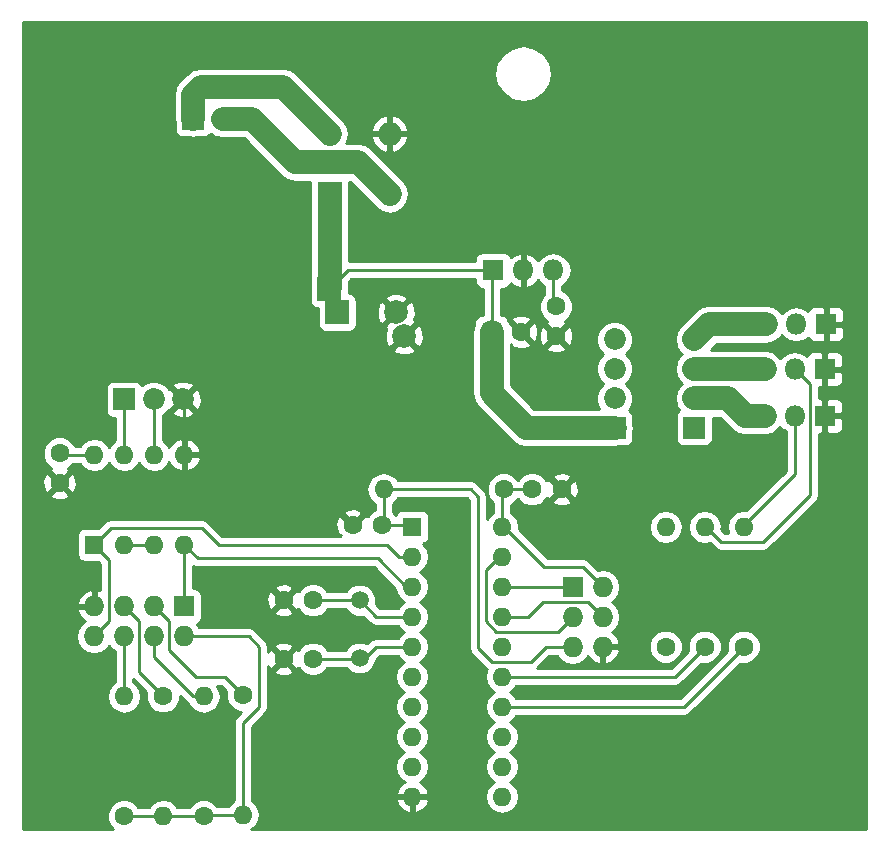
<source format=gbr>
G04 #@! TF.FileFunction,Copper,L2,Bot,Signal*
%FSLAX46Y46*%
G04 Gerber Fmt 4.6, Leading zero omitted, Abs format (unit mm)*
G04 Created by KiCad (PCBNEW 4.0.7) date 03/17/18 14:29:31*
%MOMM*%
%LPD*%
G01*
G04 APERTURE LIST*
%ADD10C,0.100000*%
%ADD11R,1.850000X1.850000*%
%ADD12C,1.850000*%
%ADD13R,1.727200X1.727200*%
%ADD14O,1.727200X1.727200*%
%ADD15C,1.600000*%
%ADD16R,2.000000X2.000000*%
%ADD17C,2.000000*%
%ADD18R,1.600000X1.600000*%
%ADD19O,2.000000X2.000000*%
%ADD20O,1.600000X1.600000*%
%ADD21R,1.800000X1.800000*%
%ADD22O,1.800000X1.800000*%
%ADD23C,1.500000*%
%ADD24C,0.250000*%
%ADD25C,2.000000*%
%ADD26C,0.254000*%
G04 APERTURE END LIST*
D10*
D11*
X211836000Y-99314000D03*
D12*
X211836000Y-96814000D03*
X211836000Y-94314000D03*
X211836000Y-91814000D03*
D13*
X168656000Y-114427000D03*
D14*
X168656000Y-116967000D03*
X166116000Y-114427000D03*
X166116000Y-116967000D03*
X163576000Y-114427000D03*
X163576000Y-116967000D03*
X161036000Y-114427000D03*
X161036000Y-116967000D03*
D15*
X179578000Y-113919000D03*
X177078000Y-113919000D03*
X179578000Y-118872000D03*
X177078000Y-118872000D03*
X185420000Y-107569000D03*
X182920000Y-107569000D03*
X198120000Y-104521000D03*
X200620000Y-104521000D03*
D16*
X181610000Y-89535000D03*
D17*
X186610000Y-89535000D03*
D16*
X180937856Y-87535000D03*
D17*
X187282144Y-91535000D03*
D18*
X194691000Y-91186000D03*
D15*
X197191000Y-91186000D03*
X200152000Y-89027000D03*
X200152000Y-91527000D03*
X158115000Y-101473000D03*
X158115000Y-103973000D03*
D19*
X180975000Y-74422000D03*
X186055000Y-79502000D03*
X186055000Y-74422000D03*
D16*
X180975000Y-79502000D03*
D11*
X169418000Y-73152000D03*
D12*
X171918000Y-73152000D03*
D13*
X201549000Y-112776000D03*
D14*
X204089000Y-112776000D03*
X201549000Y-115316000D03*
X204089000Y-115316000D03*
X201549000Y-117856000D03*
X204089000Y-117856000D03*
D11*
X163576000Y-96901000D03*
D12*
X166076000Y-96901000D03*
X168576000Y-96901000D03*
D11*
X205105000Y-99314000D03*
D12*
X205105000Y-96814000D03*
X205105000Y-94314000D03*
X205105000Y-91814000D03*
D15*
X166878000Y-122047000D03*
D20*
X166878000Y-132207000D03*
D15*
X173609000Y-121920000D03*
D20*
X173609000Y-132080000D03*
D15*
X195707000Y-104521000D03*
D20*
X185547000Y-104521000D03*
D15*
X170307000Y-132207000D03*
D20*
X170307000Y-122047000D03*
D15*
X163576000Y-132207000D03*
D20*
X163576000Y-122047000D03*
D15*
X216027000Y-117856000D03*
D20*
X216027000Y-107696000D03*
D15*
X212725000Y-117856000D03*
D20*
X212725000Y-107696000D03*
D15*
X209423000Y-117856000D03*
D20*
X209423000Y-107696000D03*
D18*
X187960000Y-107696000D03*
D20*
X195580000Y-130556000D03*
X187960000Y-110236000D03*
X195580000Y-128016000D03*
X187960000Y-112776000D03*
X195580000Y-125476000D03*
X187960000Y-115316000D03*
X195580000Y-122936000D03*
X187960000Y-117856000D03*
X195580000Y-120396000D03*
X187960000Y-120396000D03*
X195580000Y-117856000D03*
X187960000Y-122936000D03*
X195580000Y-115316000D03*
X187960000Y-125476000D03*
X195580000Y-112776000D03*
X187960000Y-128016000D03*
X195580000Y-110236000D03*
X187960000Y-130556000D03*
X195580000Y-107696000D03*
D21*
X194818000Y-85979000D03*
D22*
X197358000Y-85979000D03*
X199898000Y-85979000D03*
D23*
X183515000Y-113919000D03*
X183515000Y-118799000D03*
D18*
X161036000Y-109220000D03*
D20*
X168656000Y-101600000D03*
X163576000Y-109220000D03*
X166116000Y-101600000D03*
X166116000Y-109220000D03*
X163576000Y-101600000D03*
X168656000Y-109220000D03*
X161036000Y-101600000D03*
D21*
X222885000Y-98298000D03*
D22*
X220345000Y-98298000D03*
X217805000Y-98298000D03*
D21*
X222885000Y-94361000D03*
D22*
X220345000Y-94361000D03*
X217805000Y-94361000D03*
D21*
X223012000Y-90551000D03*
D22*
X220472000Y-90551000D03*
X217932000Y-90551000D03*
D24*
X183515000Y-113919000D02*
X179578000Y-113919000D01*
X187960000Y-115316000D02*
X184912000Y-115316000D01*
X184912000Y-115316000D02*
X183515000Y-113919000D01*
X168656000Y-101600000D02*
X168656000Y-96981000D01*
X168656000Y-96981000D02*
X168576000Y-96901000D01*
X183515000Y-118799000D02*
X183969000Y-118799000D01*
X183969000Y-118799000D02*
X184912000Y-117856000D01*
X184912000Y-117856000D02*
X187960000Y-117856000D01*
X179578000Y-118872000D02*
X183442000Y-118872000D01*
X183442000Y-118872000D02*
X183515000Y-118799000D01*
X201549000Y-117856000D02*
X199263000Y-117856000D01*
X192913000Y-104521000D02*
X185547000Y-104521000D01*
X193548000Y-105156000D02*
X192913000Y-104521000D01*
X193548000Y-117983000D02*
X193548000Y-105156000D01*
X194691000Y-119126000D02*
X193548000Y-117983000D01*
X197993000Y-119126000D02*
X194691000Y-119126000D01*
X199263000Y-117856000D02*
X197993000Y-119126000D01*
X185420000Y-107569000D02*
X187833000Y-107569000D01*
X187833000Y-107569000D02*
X187960000Y-107696000D01*
X185547000Y-104521000D02*
X185547000Y-107442000D01*
X185547000Y-107442000D02*
X185420000Y-107569000D01*
X199898000Y-85979000D02*
X199898000Y-88773000D01*
X199898000Y-88773000D02*
X200152000Y-89027000D01*
X173609000Y-132080000D02*
X173609000Y-124333000D01*
X174117000Y-116967000D02*
X168656000Y-116967000D01*
X175006000Y-117856000D02*
X174117000Y-116967000D01*
X175006000Y-122936000D02*
X175006000Y-117856000D01*
X173609000Y-124333000D02*
X175006000Y-122936000D01*
X163576000Y-132207000D02*
X166878000Y-132207000D01*
X166878000Y-132207000D02*
X170307000Y-132207000D01*
X170307000Y-132207000D02*
X170434000Y-132080000D01*
X170434000Y-132080000D02*
X173609000Y-132080000D01*
X195707000Y-104521000D02*
X198120000Y-104521000D01*
X161036000Y-101600000D02*
X158242000Y-101600000D01*
X158242000Y-101600000D02*
X158115000Y-101473000D01*
X195580000Y-107696000D02*
X195707000Y-107696000D01*
X195707000Y-107696000D02*
X199136000Y-111125000D01*
X202438000Y-111125000D02*
X204089000Y-112776000D01*
X199136000Y-111125000D02*
X202438000Y-111125000D01*
X195580000Y-107696000D02*
X195580000Y-104648000D01*
X195580000Y-104648000D02*
X195707000Y-104521000D01*
D25*
X194691000Y-91186000D02*
X194691000Y-96393000D01*
X197612000Y-99314000D02*
X205105000Y-99314000D01*
X194691000Y-96393000D02*
X197612000Y-99314000D01*
X180975000Y-79502000D02*
X180975000Y-87497856D01*
X180975000Y-87497856D02*
X180937856Y-87535000D01*
D24*
X194818000Y-85979000D02*
X182493856Y-85979000D01*
X182493856Y-85979000D02*
X180937856Y-87535000D01*
X194691000Y-91186000D02*
X194691000Y-86106000D01*
X194691000Y-86106000D02*
X194818000Y-85979000D01*
D25*
X169418000Y-73152000D02*
X169418000Y-71120000D01*
X177038000Y-70485000D02*
X180975000Y-74422000D01*
X170053000Y-70485000D02*
X177038000Y-70485000D01*
X169418000Y-71120000D02*
X170053000Y-70485000D01*
X171918000Y-73152000D02*
X174371000Y-73152000D01*
X183388000Y-76835000D02*
X186055000Y-79502000D01*
X178054000Y-76835000D02*
X183388000Y-76835000D01*
X174371000Y-73152000D02*
X178054000Y-76835000D01*
D24*
X187960000Y-112776000D02*
X187452000Y-112776000D01*
X187452000Y-112776000D02*
X185039000Y-110363000D01*
X185039000Y-110363000D02*
X169799000Y-110363000D01*
X169799000Y-110363000D02*
X168656000Y-109220000D01*
X168656000Y-114427000D02*
X168656000Y-109220000D01*
X173609000Y-121920000D02*
X172085000Y-120396000D01*
X167386000Y-115697000D02*
X166116000Y-114427000D01*
X167386000Y-118110000D02*
X167386000Y-115697000D01*
X169672000Y-120396000D02*
X167386000Y-118110000D01*
X172085000Y-120396000D02*
X169672000Y-120396000D01*
X170307000Y-122047000D02*
X169418000Y-122047000D01*
X166116000Y-118745000D02*
X166116000Y-116967000D01*
X169418000Y-122047000D02*
X166116000Y-118745000D01*
X166878000Y-122047000D02*
X165100000Y-120269000D01*
X164846000Y-115697000D02*
X163576000Y-114427000D01*
X164846000Y-120015000D02*
X164846000Y-115697000D01*
X165100000Y-120269000D02*
X164846000Y-120015000D01*
X163576000Y-122047000D02*
X163576000Y-116967000D01*
X187960000Y-110236000D02*
X186817000Y-110236000D01*
X162433000Y-107823000D02*
X161036000Y-109220000D01*
X170180000Y-107823000D02*
X162433000Y-107823000D01*
X171577000Y-109220000D02*
X170180000Y-107823000D01*
X185801000Y-109220000D02*
X171577000Y-109220000D01*
X186817000Y-110236000D02*
X185801000Y-109220000D01*
X161036000Y-116967000D02*
X162306000Y-115697000D01*
X162306000Y-110490000D02*
X161036000Y-109220000D01*
X162306000Y-115697000D02*
X162306000Y-110490000D01*
X201549000Y-112776000D02*
X195580000Y-112776000D01*
X195580000Y-115316000D02*
X197739000Y-115316000D01*
X202819000Y-114046000D02*
X204089000Y-115316000D01*
X199009000Y-114046000D02*
X202819000Y-114046000D01*
X197739000Y-115316000D02*
X199009000Y-114046000D01*
X163576000Y-101600000D02*
X163576000Y-96901000D01*
X166116000Y-101600000D02*
X166116000Y-96941000D01*
X166116000Y-96941000D02*
X166076000Y-96901000D01*
D25*
X217805000Y-98298000D02*
X216154000Y-98298000D01*
X214670000Y-96814000D02*
X211836000Y-96814000D01*
X216154000Y-98298000D02*
X214670000Y-96814000D01*
X217805000Y-94361000D02*
X211883000Y-94361000D01*
X211883000Y-94361000D02*
X211836000Y-94314000D01*
X217932000Y-90551000D02*
X213099000Y-90551000D01*
X213099000Y-90551000D02*
X211836000Y-91814000D01*
D24*
X195580000Y-122936000D02*
X210947000Y-122936000D01*
X210947000Y-122936000D02*
X216027000Y-117856000D01*
X195580000Y-120396000D02*
X210185000Y-120396000D01*
X210185000Y-120396000D02*
X212725000Y-117856000D01*
X163576000Y-109220000D02*
X166116000Y-109220000D01*
X195580000Y-110236000D02*
X195326000Y-110236000D01*
X195326000Y-110236000D02*
X194183000Y-111379000D01*
X194183000Y-111379000D02*
X194183000Y-115697000D01*
X194183000Y-115697000D02*
X195072000Y-116586000D01*
X195072000Y-116586000D02*
X200279000Y-116586000D01*
X200279000Y-116586000D02*
X201549000Y-115316000D01*
X216027000Y-107696000D02*
X216027000Y-107569000D01*
X216027000Y-107569000D02*
X220345000Y-103251000D01*
X220345000Y-103251000D02*
X220345000Y-98298000D01*
X212725000Y-107696000D02*
X212852000Y-107696000D01*
X212852000Y-107696000D02*
X214122000Y-108966000D01*
X214122000Y-108966000D02*
X217678000Y-108966000D01*
X217678000Y-108966000D02*
X221615000Y-105029000D01*
X221615000Y-105029000D02*
X221615000Y-95631000D01*
X221615000Y-95631000D02*
X220345000Y-94361000D01*
D26*
G36*
X226391000Y-133300000D02*
X174358516Y-133300000D01*
X174623698Y-133122811D01*
X174934767Y-132657264D01*
X175044000Y-132108113D01*
X175044000Y-132051887D01*
X174934767Y-131502736D01*
X174623698Y-131037189D01*
X174425922Y-130905039D01*
X186568096Y-130905039D01*
X186728959Y-131293423D01*
X187104866Y-131708389D01*
X187610959Y-131947914D01*
X187833000Y-131826629D01*
X187833000Y-130683000D01*
X188087000Y-130683000D01*
X188087000Y-131826629D01*
X188309041Y-131947914D01*
X188815134Y-131708389D01*
X189191041Y-131293423D01*
X189351904Y-130905039D01*
X189229915Y-130683000D01*
X188087000Y-130683000D01*
X187833000Y-130683000D01*
X186690085Y-130683000D01*
X186568096Y-130905039D01*
X174425922Y-130905039D01*
X174369000Y-130867005D01*
X174369000Y-124647802D01*
X175543401Y-123473401D01*
X175708148Y-123226840D01*
X175766000Y-122936000D01*
X175766000Y-119879745D01*
X176249861Y-119879745D01*
X176323995Y-120125864D01*
X176861223Y-120318965D01*
X177431454Y-120291778D01*
X177832005Y-120125864D01*
X177906139Y-119879745D01*
X177078000Y-119051605D01*
X176249861Y-119879745D01*
X175766000Y-119879745D01*
X175766000Y-119485653D01*
X175824136Y-119626005D01*
X176070255Y-119700139D01*
X176898395Y-118872000D01*
X176070255Y-118043861D01*
X175824136Y-118117995D01*
X175766000Y-118279736D01*
X175766000Y-117864255D01*
X176249861Y-117864255D01*
X177078000Y-118692395D01*
X177906139Y-117864255D01*
X177832005Y-117618136D01*
X177294777Y-117425035D01*
X176724546Y-117452222D01*
X176323995Y-117618136D01*
X176249861Y-117864255D01*
X175766000Y-117864255D01*
X175766000Y-117856000D01*
X175708148Y-117565161D01*
X175543401Y-117318599D01*
X174654401Y-116429599D01*
X174407839Y-116264852D01*
X174117000Y-116207000D01*
X169945262Y-116207000D01*
X169745029Y-115907330D01*
X169731358Y-115898195D01*
X169754917Y-115893762D01*
X169971041Y-115754690D01*
X170116031Y-115542490D01*
X170167040Y-115290600D01*
X170167040Y-114926745D01*
X176249861Y-114926745D01*
X176323995Y-115172864D01*
X176861223Y-115365965D01*
X177431454Y-115338778D01*
X177832005Y-115172864D01*
X177906139Y-114926745D01*
X177078000Y-114098605D01*
X176249861Y-114926745D01*
X170167040Y-114926745D01*
X170167040Y-113702223D01*
X175631035Y-113702223D01*
X175658222Y-114272454D01*
X175824136Y-114673005D01*
X176070255Y-114747139D01*
X176898395Y-113919000D01*
X176070255Y-113090861D01*
X175824136Y-113164995D01*
X175631035Y-113702223D01*
X170167040Y-113702223D01*
X170167040Y-113563400D01*
X170122762Y-113328083D01*
X169983690Y-113111959D01*
X169771490Y-112966969D01*
X169519600Y-112915960D01*
X169416000Y-112915960D01*
X169416000Y-112911255D01*
X176249861Y-112911255D01*
X177078000Y-113739395D01*
X177906139Y-112911255D01*
X177832005Y-112665136D01*
X177294777Y-112472035D01*
X176724546Y-112499222D01*
X176323995Y-112665136D01*
X176249861Y-112911255D01*
X169416000Y-112911255D01*
X169416000Y-111003568D01*
X169508161Y-111065148D01*
X169799000Y-111123000D01*
X184724198Y-111123000D01*
X186526606Y-112925408D01*
X186606120Y-113325151D01*
X186917189Y-113790698D01*
X187299275Y-114046000D01*
X186917189Y-114301302D01*
X186747005Y-114556000D01*
X185226802Y-114556000D01*
X184890002Y-114219200D01*
X184899759Y-114195702D01*
X184900240Y-113644715D01*
X184689831Y-113135485D01*
X184300564Y-112745539D01*
X183791702Y-112534241D01*
X183240715Y-112533760D01*
X182731485Y-112744169D01*
X182341539Y-113133436D01*
X182330924Y-113159000D01*
X180816646Y-113159000D01*
X180795243Y-113107200D01*
X180391923Y-112703176D01*
X179864691Y-112484250D01*
X179293813Y-112483752D01*
X178766200Y-112701757D01*
X178362176Y-113105077D01*
X178334577Y-113171544D01*
X178331864Y-113164995D01*
X178085745Y-113090861D01*
X177257605Y-113919000D01*
X178085745Y-114747139D01*
X178331864Y-114673005D01*
X178334196Y-114666517D01*
X178360757Y-114730800D01*
X178764077Y-115134824D01*
X179291309Y-115353750D01*
X179862187Y-115354248D01*
X180389800Y-115136243D01*
X180793824Y-114732923D01*
X180816215Y-114679000D01*
X182330453Y-114679000D01*
X182340169Y-114702515D01*
X182729436Y-115092461D01*
X183238298Y-115303759D01*
X183789285Y-115304240D01*
X183814868Y-115293670D01*
X184374599Y-115853401D01*
X184621160Y-116018148D01*
X184912000Y-116076000D01*
X186747005Y-116076000D01*
X186917189Y-116330698D01*
X187299275Y-116586000D01*
X186917189Y-116841302D01*
X186747005Y-117096000D01*
X184912000Y-117096000D01*
X184621160Y-117153852D01*
X184374599Y-117318599D01*
X184135994Y-117557204D01*
X183791702Y-117414241D01*
X183240715Y-117413760D01*
X182731485Y-117624169D01*
X182341539Y-118013436D01*
X182300612Y-118112000D01*
X180816646Y-118112000D01*
X180795243Y-118060200D01*
X180391923Y-117656176D01*
X179864691Y-117437250D01*
X179293813Y-117436752D01*
X178766200Y-117654757D01*
X178362176Y-118058077D01*
X178334577Y-118124544D01*
X178331864Y-118117995D01*
X178085745Y-118043861D01*
X177257605Y-118872000D01*
X178085745Y-119700139D01*
X178331864Y-119626005D01*
X178334196Y-119619517D01*
X178360757Y-119683800D01*
X178764077Y-120087824D01*
X179291309Y-120306750D01*
X179862187Y-120307248D01*
X180389800Y-120089243D01*
X180793824Y-119685923D01*
X180816215Y-119632000D01*
X182389568Y-119632000D01*
X182729436Y-119972461D01*
X183238298Y-120183759D01*
X183789285Y-120184240D01*
X184298515Y-119973831D01*
X184688461Y-119584564D01*
X184899759Y-119075702D01*
X184899875Y-118942927D01*
X185226802Y-118616000D01*
X186747005Y-118616000D01*
X186917189Y-118870698D01*
X187299275Y-119126000D01*
X186917189Y-119381302D01*
X186606120Y-119846849D01*
X186496887Y-120396000D01*
X186606120Y-120945151D01*
X186917189Y-121410698D01*
X187299275Y-121666000D01*
X186917189Y-121921302D01*
X186606120Y-122386849D01*
X186496887Y-122936000D01*
X186606120Y-123485151D01*
X186917189Y-123950698D01*
X187299275Y-124206000D01*
X186917189Y-124461302D01*
X186606120Y-124926849D01*
X186496887Y-125476000D01*
X186606120Y-126025151D01*
X186917189Y-126490698D01*
X187299275Y-126746000D01*
X186917189Y-127001302D01*
X186606120Y-127466849D01*
X186496887Y-128016000D01*
X186606120Y-128565151D01*
X186917189Y-129030698D01*
X187321703Y-129300986D01*
X187104866Y-129403611D01*
X186728959Y-129818577D01*
X186568096Y-130206961D01*
X186690085Y-130429000D01*
X187833000Y-130429000D01*
X187833000Y-130409000D01*
X188087000Y-130409000D01*
X188087000Y-130429000D01*
X189229915Y-130429000D01*
X189351904Y-130206961D01*
X189191041Y-129818577D01*
X188815134Y-129403611D01*
X188598297Y-129300986D01*
X189002811Y-129030698D01*
X189313880Y-128565151D01*
X189423113Y-128016000D01*
X189313880Y-127466849D01*
X189002811Y-127001302D01*
X188620725Y-126746000D01*
X189002811Y-126490698D01*
X189313880Y-126025151D01*
X189423113Y-125476000D01*
X189313880Y-124926849D01*
X189002811Y-124461302D01*
X188620725Y-124206000D01*
X189002811Y-123950698D01*
X189313880Y-123485151D01*
X189423113Y-122936000D01*
X189313880Y-122386849D01*
X189002811Y-121921302D01*
X188620725Y-121666000D01*
X189002811Y-121410698D01*
X189313880Y-120945151D01*
X189423113Y-120396000D01*
X189313880Y-119846849D01*
X189002811Y-119381302D01*
X188620725Y-119126000D01*
X189002811Y-118870698D01*
X189313880Y-118405151D01*
X189423113Y-117856000D01*
X189313880Y-117306849D01*
X189002811Y-116841302D01*
X188620725Y-116586000D01*
X189002811Y-116330698D01*
X189313880Y-115865151D01*
X189423113Y-115316000D01*
X189313880Y-114766849D01*
X189002811Y-114301302D01*
X188620725Y-114046000D01*
X189002811Y-113790698D01*
X189313880Y-113325151D01*
X189423113Y-112776000D01*
X189313880Y-112226849D01*
X189002811Y-111761302D01*
X188620725Y-111506000D01*
X189002811Y-111250698D01*
X189313880Y-110785151D01*
X189423113Y-110236000D01*
X189313880Y-109686849D01*
X189002811Y-109221302D01*
X188858535Y-109124899D01*
X188995317Y-109099162D01*
X189211441Y-108960090D01*
X189356431Y-108747890D01*
X189407440Y-108496000D01*
X189407440Y-106896000D01*
X189363162Y-106660683D01*
X189224090Y-106444559D01*
X189011890Y-106299569D01*
X188760000Y-106248560D01*
X187160000Y-106248560D01*
X186924683Y-106292838D01*
X186708559Y-106431910D01*
X186563569Y-106644110D01*
X186556955Y-106676772D01*
X186307000Y-106426381D01*
X186307000Y-105724667D01*
X186589811Y-105535698D01*
X186759995Y-105281000D01*
X192598198Y-105281000D01*
X192788000Y-105470802D01*
X192788000Y-117983000D01*
X192845852Y-118273839D01*
X193010599Y-118520401D01*
X194153599Y-119663401D01*
X194288478Y-119753524D01*
X194226120Y-119846849D01*
X194116887Y-120396000D01*
X194226120Y-120945151D01*
X194537189Y-121410698D01*
X194919275Y-121666000D01*
X194537189Y-121921302D01*
X194226120Y-122386849D01*
X194116887Y-122936000D01*
X194226120Y-123485151D01*
X194537189Y-123950698D01*
X194919275Y-124206000D01*
X194537189Y-124461302D01*
X194226120Y-124926849D01*
X194116887Y-125476000D01*
X194226120Y-126025151D01*
X194537189Y-126490698D01*
X194919275Y-126746000D01*
X194537189Y-127001302D01*
X194226120Y-127466849D01*
X194116887Y-128016000D01*
X194226120Y-128565151D01*
X194537189Y-129030698D01*
X194919275Y-129286000D01*
X194537189Y-129541302D01*
X194226120Y-130006849D01*
X194116887Y-130556000D01*
X194226120Y-131105151D01*
X194537189Y-131570698D01*
X195002736Y-131881767D01*
X195551887Y-131991000D01*
X195608113Y-131991000D01*
X196157264Y-131881767D01*
X196622811Y-131570698D01*
X196933880Y-131105151D01*
X197043113Y-130556000D01*
X196933880Y-130006849D01*
X196622811Y-129541302D01*
X196240725Y-129286000D01*
X196622811Y-129030698D01*
X196933880Y-128565151D01*
X197043113Y-128016000D01*
X196933880Y-127466849D01*
X196622811Y-127001302D01*
X196240725Y-126746000D01*
X196622811Y-126490698D01*
X196933880Y-126025151D01*
X197043113Y-125476000D01*
X196933880Y-124926849D01*
X196622811Y-124461302D01*
X196240725Y-124206000D01*
X196622811Y-123950698D01*
X196792995Y-123696000D01*
X210947000Y-123696000D01*
X211237839Y-123638148D01*
X211484401Y-123473401D01*
X215688546Y-119269256D01*
X215740309Y-119290750D01*
X216311187Y-119291248D01*
X216838800Y-119073243D01*
X217242824Y-118669923D01*
X217461750Y-118142691D01*
X217462248Y-117571813D01*
X217244243Y-117044200D01*
X216840923Y-116640176D01*
X216313691Y-116421250D01*
X215742813Y-116420752D01*
X215215200Y-116638757D01*
X214811176Y-117042077D01*
X214592250Y-117569309D01*
X214591752Y-118140187D01*
X214614049Y-118194149D01*
X210632198Y-122176000D01*
X196792995Y-122176000D01*
X196622811Y-121921302D01*
X196240725Y-121666000D01*
X196622811Y-121410698D01*
X196792995Y-121156000D01*
X210185000Y-121156000D01*
X210475839Y-121098148D01*
X210722401Y-120933401D01*
X212386546Y-119269256D01*
X212438309Y-119290750D01*
X213009187Y-119291248D01*
X213536800Y-119073243D01*
X213940824Y-118669923D01*
X214159750Y-118142691D01*
X214160248Y-117571813D01*
X213942243Y-117044200D01*
X213538923Y-116640176D01*
X213011691Y-116421250D01*
X212440813Y-116420752D01*
X211913200Y-116638757D01*
X211509176Y-117042077D01*
X211290250Y-117569309D01*
X211289752Y-118140187D01*
X211312049Y-118194149D01*
X209870198Y-119636000D01*
X198557802Y-119636000D01*
X199577802Y-118616000D01*
X200269480Y-118616000D01*
X200489330Y-118945029D01*
X200975511Y-119269885D01*
X201549000Y-119383959D01*
X202122489Y-119269885D01*
X202608670Y-118945029D01*
X202824664Y-118621772D01*
X202882179Y-118744490D01*
X203314053Y-119138688D01*
X203729974Y-119310958D01*
X203962000Y-119189817D01*
X203962000Y-117983000D01*
X204216000Y-117983000D01*
X204216000Y-119189817D01*
X204448026Y-119310958D01*
X204863947Y-119138688D01*
X205295821Y-118744490D01*
X205543968Y-118215027D01*
X205505102Y-118140187D01*
X207987752Y-118140187D01*
X208205757Y-118667800D01*
X208609077Y-119071824D01*
X209136309Y-119290750D01*
X209707187Y-119291248D01*
X210234800Y-119073243D01*
X210638824Y-118669923D01*
X210857750Y-118142691D01*
X210858248Y-117571813D01*
X210640243Y-117044200D01*
X210236923Y-116640176D01*
X209709691Y-116421250D01*
X209138813Y-116420752D01*
X208611200Y-116638757D01*
X208207176Y-117042077D01*
X207988250Y-117569309D01*
X207987752Y-118140187D01*
X205505102Y-118140187D01*
X205423469Y-117983000D01*
X204216000Y-117983000D01*
X203962000Y-117983000D01*
X203942000Y-117983000D01*
X203942000Y-117729000D01*
X203962000Y-117729000D01*
X203962000Y-117709000D01*
X204216000Y-117709000D01*
X204216000Y-117729000D01*
X205423469Y-117729000D01*
X205543968Y-117496973D01*
X205295821Y-116967510D01*
X204877839Y-116585992D01*
X205148670Y-116405029D01*
X205473526Y-115918848D01*
X205587600Y-115345359D01*
X205587600Y-115286641D01*
X205473526Y-114713152D01*
X205148670Y-114226971D01*
X204877828Y-114046000D01*
X205148670Y-113865029D01*
X205473526Y-113378848D01*
X205587600Y-112805359D01*
X205587600Y-112746641D01*
X205473526Y-112173152D01*
X205148670Y-111686971D01*
X204662489Y-111362115D01*
X204089000Y-111248041D01*
X203711027Y-111323225D01*
X202975401Y-110587599D01*
X202728839Y-110422852D01*
X202438000Y-110365000D01*
X199450802Y-110365000D01*
X196999759Y-107913957D01*
X197043113Y-107696000D01*
X197037521Y-107667887D01*
X207988000Y-107667887D01*
X207988000Y-107724113D01*
X208097233Y-108273264D01*
X208408302Y-108738811D01*
X208873849Y-109049880D01*
X209423000Y-109159113D01*
X209972151Y-109049880D01*
X210437698Y-108738811D01*
X210748767Y-108273264D01*
X210858000Y-107724113D01*
X210858000Y-107667887D01*
X210748767Y-107118736D01*
X210437698Y-106653189D01*
X209972151Y-106342120D01*
X209423000Y-106232887D01*
X208873849Y-106342120D01*
X208408302Y-106653189D01*
X208097233Y-107118736D01*
X207988000Y-107667887D01*
X197037521Y-107667887D01*
X196933880Y-107146849D01*
X196622811Y-106681302D01*
X196340000Y-106492333D01*
X196340000Y-105812122D01*
X196518800Y-105738243D01*
X196913835Y-105343897D01*
X197306077Y-105736824D01*
X197833309Y-105955750D01*
X198404187Y-105956248D01*
X198931800Y-105738243D01*
X199141663Y-105528745D01*
X199791861Y-105528745D01*
X199865995Y-105774864D01*
X200403223Y-105967965D01*
X200973454Y-105940778D01*
X201374005Y-105774864D01*
X201448139Y-105528745D01*
X200620000Y-104700605D01*
X199791861Y-105528745D01*
X199141663Y-105528745D01*
X199335824Y-105334923D01*
X199363423Y-105268456D01*
X199366136Y-105275005D01*
X199612255Y-105349139D01*
X200440395Y-104521000D01*
X200799605Y-104521000D01*
X201627745Y-105349139D01*
X201873864Y-105275005D01*
X202066965Y-104737777D01*
X202039778Y-104167546D01*
X201873864Y-103766995D01*
X201627745Y-103692861D01*
X200799605Y-104521000D01*
X200440395Y-104521000D01*
X199612255Y-103692861D01*
X199366136Y-103766995D01*
X199363804Y-103773483D01*
X199337243Y-103709200D01*
X199141640Y-103513255D01*
X199791861Y-103513255D01*
X200620000Y-104341395D01*
X201448139Y-103513255D01*
X201374005Y-103267136D01*
X200836777Y-103074035D01*
X200266546Y-103101222D01*
X199865995Y-103267136D01*
X199791861Y-103513255D01*
X199141640Y-103513255D01*
X198933923Y-103305176D01*
X198406691Y-103086250D01*
X197835813Y-103085752D01*
X197308200Y-103303757D01*
X196913165Y-103698103D01*
X196520923Y-103305176D01*
X195993691Y-103086250D01*
X195422813Y-103085752D01*
X194895200Y-103303757D01*
X194491176Y-103707077D01*
X194272250Y-104234309D01*
X194271752Y-104805187D01*
X194489757Y-105332800D01*
X194820000Y-105663619D01*
X194820000Y-106492333D01*
X194537189Y-106681302D01*
X194308000Y-107024307D01*
X194308000Y-105156000D01*
X194250148Y-104865161D01*
X194085401Y-104618599D01*
X193450401Y-103983599D01*
X193203839Y-103818852D01*
X192913000Y-103761000D01*
X186759995Y-103761000D01*
X186589811Y-103506302D01*
X186124264Y-103195233D01*
X185575113Y-103086000D01*
X185518887Y-103086000D01*
X184969736Y-103195233D01*
X184504189Y-103506302D01*
X184193120Y-103971849D01*
X184083887Y-104521000D01*
X184193120Y-105070151D01*
X184504189Y-105535698D01*
X184787000Y-105724667D01*
X184787000Y-106277878D01*
X184608200Y-106351757D01*
X184204176Y-106755077D01*
X184176577Y-106821544D01*
X184173864Y-106814995D01*
X183927745Y-106740861D01*
X183099605Y-107569000D01*
X183113748Y-107583142D01*
X182934142Y-107762748D01*
X182920000Y-107748605D01*
X182905858Y-107762748D01*
X182726252Y-107583142D01*
X182740395Y-107569000D01*
X181912255Y-106740861D01*
X181666136Y-106814995D01*
X181473035Y-107352223D01*
X181500222Y-107922454D01*
X181666136Y-108323005D01*
X181912253Y-108397139D01*
X181849392Y-108460000D01*
X171891802Y-108460000D01*
X170717401Y-107285599D01*
X170470839Y-107120852D01*
X170180000Y-107063000D01*
X162433000Y-107063000D01*
X162142160Y-107120852D01*
X161895599Y-107285599D01*
X161408638Y-107772560D01*
X160236000Y-107772560D01*
X160000683Y-107816838D01*
X159784559Y-107955910D01*
X159639569Y-108168110D01*
X159588560Y-108420000D01*
X159588560Y-110020000D01*
X159632838Y-110255317D01*
X159771910Y-110471441D01*
X159984110Y-110616431D01*
X160236000Y-110667440D01*
X161408638Y-110667440D01*
X161546000Y-110804802D01*
X161546000Y-113042790D01*
X161395027Y-112972032D01*
X161163000Y-113092531D01*
X161163000Y-114300000D01*
X161183000Y-114300000D01*
X161183000Y-114554000D01*
X161163000Y-114554000D01*
X161163000Y-114574000D01*
X160909000Y-114574000D01*
X160909000Y-114554000D01*
X159702183Y-114554000D01*
X159581042Y-114786026D01*
X159753312Y-115201947D01*
X160147510Y-115633821D01*
X160270228Y-115691336D01*
X159946971Y-115907330D01*
X159622115Y-116393511D01*
X159508041Y-116967000D01*
X159622115Y-117540489D01*
X159946971Y-118026670D01*
X160433152Y-118351526D01*
X161006641Y-118465600D01*
X161065359Y-118465600D01*
X161638848Y-118351526D01*
X162125029Y-118026670D01*
X162306000Y-117755828D01*
X162486971Y-118026670D01*
X162816000Y-118246520D01*
X162816000Y-120834005D01*
X162561302Y-121004189D01*
X162250233Y-121469736D01*
X162141000Y-122018887D01*
X162141000Y-122075113D01*
X162250233Y-122624264D01*
X162561302Y-123089811D01*
X163026849Y-123400880D01*
X163576000Y-123510113D01*
X164125151Y-123400880D01*
X164590698Y-123089811D01*
X164901767Y-122624264D01*
X165011000Y-122075113D01*
X165011000Y-122018887D01*
X164901767Y-121469736D01*
X164590698Y-121004189D01*
X164336000Y-120834005D01*
X164336000Y-120579802D01*
X165464744Y-121708546D01*
X165443250Y-121760309D01*
X165442752Y-122331187D01*
X165660757Y-122858800D01*
X166064077Y-123262824D01*
X166591309Y-123481750D01*
X167162187Y-123482248D01*
X167689800Y-123264243D01*
X168093824Y-122860923D01*
X168312750Y-122333691D01*
X168313026Y-122016828D01*
X168880599Y-122584401D01*
X169014282Y-122673725D01*
X169292302Y-123089811D01*
X169757849Y-123400880D01*
X170307000Y-123510113D01*
X170856151Y-123400880D01*
X171321698Y-123089811D01*
X171632767Y-122624264D01*
X171742000Y-122075113D01*
X171742000Y-122018887D01*
X171632767Y-121469736D01*
X171423135Y-121156000D01*
X171770198Y-121156000D01*
X172195744Y-121581546D01*
X172174250Y-121633309D01*
X172173752Y-122204187D01*
X172391757Y-122731800D01*
X172795077Y-123135824D01*
X173322309Y-123354750D01*
X173512282Y-123354916D01*
X173071599Y-123795599D01*
X172906852Y-124042161D01*
X172849000Y-124333000D01*
X172849000Y-130867005D01*
X172594302Y-131037189D01*
X172405333Y-131320000D01*
X171449174Y-131320000D01*
X171120923Y-130991176D01*
X170593691Y-130772250D01*
X170022813Y-130771752D01*
X169495200Y-130989757D01*
X169091176Y-131393077D01*
X169068785Y-131447000D01*
X168081667Y-131447000D01*
X167892698Y-131164189D01*
X167427151Y-130853120D01*
X166878000Y-130743887D01*
X166328849Y-130853120D01*
X165863302Y-131164189D01*
X165674333Y-131447000D01*
X164814646Y-131447000D01*
X164793243Y-131395200D01*
X164389923Y-130991176D01*
X163862691Y-130772250D01*
X163291813Y-130771752D01*
X162764200Y-130989757D01*
X162360176Y-131393077D01*
X162141250Y-131920309D01*
X162140752Y-132491187D01*
X162358757Y-133018800D01*
X162639467Y-133300000D01*
X154990000Y-133300000D01*
X154990000Y-114067974D01*
X159581042Y-114067974D01*
X159702183Y-114300000D01*
X160909000Y-114300000D01*
X160909000Y-113092531D01*
X160676973Y-112972032D01*
X160147510Y-113220179D01*
X159753312Y-113652053D01*
X159581042Y-114067974D01*
X154990000Y-114067974D01*
X154990000Y-106561255D01*
X182091861Y-106561255D01*
X182920000Y-107389395D01*
X183748139Y-106561255D01*
X183674005Y-106315136D01*
X183136777Y-106122035D01*
X182566546Y-106149222D01*
X182165995Y-106315136D01*
X182091861Y-106561255D01*
X154990000Y-106561255D01*
X154990000Y-104980745D01*
X157286861Y-104980745D01*
X157360995Y-105226864D01*
X157898223Y-105419965D01*
X158468454Y-105392778D01*
X158869005Y-105226864D01*
X158943139Y-104980745D01*
X158115000Y-104152605D01*
X157286861Y-104980745D01*
X154990000Y-104980745D01*
X154990000Y-103756223D01*
X156668035Y-103756223D01*
X156695222Y-104326454D01*
X156861136Y-104727005D01*
X157107255Y-104801139D01*
X157935395Y-103973000D01*
X158294605Y-103973000D01*
X159122745Y-104801139D01*
X159368864Y-104727005D01*
X159561965Y-104189777D01*
X159534778Y-103619546D01*
X159368864Y-103218995D01*
X159122745Y-103144861D01*
X158294605Y-103973000D01*
X157935395Y-103973000D01*
X157107255Y-103144861D01*
X156861136Y-103218995D01*
X156668035Y-103756223D01*
X154990000Y-103756223D01*
X154990000Y-101757187D01*
X156679752Y-101757187D01*
X156897757Y-102284800D01*
X157301077Y-102688824D01*
X157367544Y-102716423D01*
X157360995Y-102719136D01*
X157286861Y-102965255D01*
X158115000Y-103793395D01*
X158943139Y-102965255D01*
X158869005Y-102719136D01*
X158862517Y-102716804D01*
X158926800Y-102690243D01*
X159257619Y-102360000D01*
X159832333Y-102360000D01*
X160021302Y-102642811D01*
X160486849Y-102953880D01*
X161036000Y-103063113D01*
X161585151Y-102953880D01*
X162050698Y-102642811D01*
X162306000Y-102260725D01*
X162561302Y-102642811D01*
X163026849Y-102953880D01*
X163576000Y-103063113D01*
X164125151Y-102953880D01*
X164590698Y-102642811D01*
X164846000Y-102260725D01*
X165101302Y-102642811D01*
X165566849Y-102953880D01*
X166116000Y-103063113D01*
X166665151Y-102953880D01*
X167130698Y-102642811D01*
X167400986Y-102238297D01*
X167503611Y-102455134D01*
X167918577Y-102831041D01*
X168306961Y-102991904D01*
X168529000Y-102869915D01*
X168529000Y-101727000D01*
X168783000Y-101727000D01*
X168783000Y-102869915D01*
X169005039Y-102991904D01*
X169393423Y-102831041D01*
X169808389Y-102455134D01*
X170047914Y-101949041D01*
X169926629Y-101727000D01*
X168783000Y-101727000D01*
X168529000Y-101727000D01*
X168509000Y-101727000D01*
X168509000Y-101473000D01*
X168529000Y-101473000D01*
X168529000Y-100330085D01*
X168783000Y-100330085D01*
X168783000Y-101473000D01*
X169926629Y-101473000D01*
X170047914Y-101250959D01*
X169808389Y-100744866D01*
X169393423Y-100368959D01*
X169005039Y-100208096D01*
X168783000Y-100330085D01*
X168529000Y-100330085D01*
X168306961Y-100208096D01*
X167918577Y-100368959D01*
X167503611Y-100744866D01*
X167400986Y-100961703D01*
X167130698Y-100557189D01*
X166876000Y-100387005D01*
X166876000Y-98258369D01*
X166958514Y-98224275D01*
X167183926Y-97999256D01*
X167657349Y-97999256D01*
X167746821Y-98258332D01*
X168329368Y-98472325D01*
X168949461Y-98447097D01*
X169405179Y-98258332D01*
X169494651Y-97999256D01*
X168576000Y-97080605D01*
X167657349Y-97999256D01*
X167183926Y-97999256D01*
X167393121Y-97790426D01*
X167477744Y-97819651D01*
X168396395Y-96901000D01*
X168755605Y-96901000D01*
X169674256Y-97819651D01*
X169933332Y-97730179D01*
X170147325Y-97147632D01*
X170122097Y-96527539D01*
X169933332Y-96071821D01*
X169674256Y-95982349D01*
X168755605Y-96901000D01*
X168396395Y-96901000D01*
X167477744Y-95982349D01*
X167392566Y-96011765D01*
X167183910Y-95802744D01*
X167657349Y-95802744D01*
X168576000Y-96721395D01*
X169494651Y-95802744D01*
X169405179Y-95543668D01*
X168822632Y-95329675D01*
X168202539Y-95354903D01*
X167746821Y-95543668D01*
X167657349Y-95802744D01*
X167183910Y-95802744D01*
X166960823Y-95579268D01*
X166387664Y-95341272D01*
X165767058Y-95340730D01*
X165193486Y-95577725D01*
X165075251Y-95695754D01*
X164965090Y-95524559D01*
X164752890Y-95379569D01*
X164501000Y-95328560D01*
X162651000Y-95328560D01*
X162415683Y-95372838D01*
X162199559Y-95511910D01*
X162054569Y-95724110D01*
X162003560Y-95976000D01*
X162003560Y-97826000D01*
X162047838Y-98061317D01*
X162186910Y-98277441D01*
X162399110Y-98422431D01*
X162651000Y-98473440D01*
X162816000Y-98473440D01*
X162816000Y-100387005D01*
X162561302Y-100557189D01*
X162306000Y-100939275D01*
X162050698Y-100557189D01*
X161585151Y-100246120D01*
X161036000Y-100136887D01*
X160486849Y-100246120D01*
X160021302Y-100557189D01*
X159832333Y-100840000D01*
X159406122Y-100840000D01*
X159332243Y-100661200D01*
X158928923Y-100257176D01*
X158401691Y-100038250D01*
X157830813Y-100037752D01*
X157303200Y-100255757D01*
X156899176Y-100659077D01*
X156680250Y-101186309D01*
X156679752Y-101757187D01*
X154990000Y-101757187D01*
X154990000Y-92687532D01*
X186309217Y-92687532D01*
X186407880Y-92954387D01*
X187017605Y-93180908D01*
X187667604Y-93156856D01*
X188156408Y-92954387D01*
X188255071Y-92687532D01*
X187282144Y-91714605D01*
X186309217Y-92687532D01*
X154990000Y-92687532D01*
X154990000Y-91270461D01*
X185636236Y-91270461D01*
X185660288Y-91920460D01*
X185862757Y-92409264D01*
X186129612Y-92507927D01*
X187102539Y-91535000D01*
X187461749Y-91535000D01*
X188434676Y-92507927D01*
X188701531Y-92409264D01*
X188928052Y-91799539D01*
X188904000Y-91149540D01*
X188701531Y-90660736D01*
X188434676Y-90562073D01*
X187461749Y-91535000D01*
X187102539Y-91535000D01*
X187088397Y-91520858D01*
X187268002Y-91341253D01*
X187282144Y-91355395D01*
X188255071Y-90382468D01*
X188156408Y-90115613D01*
X188140656Y-90109761D01*
X188255908Y-89799539D01*
X188231856Y-89149540D01*
X188029387Y-88660736D01*
X187762532Y-88562073D01*
X186789605Y-89535000D01*
X186803748Y-89549143D01*
X186624143Y-89728748D01*
X186610000Y-89714605D01*
X185637073Y-90687532D01*
X185735736Y-90954387D01*
X185751488Y-90960239D01*
X185636236Y-91270461D01*
X154990000Y-91270461D01*
X154990000Y-71120000D01*
X167782999Y-71120000D01*
X167783000Y-71120005D01*
X167783000Y-73152000D01*
X167845560Y-73466510D01*
X167845560Y-74077000D01*
X167889838Y-74312317D01*
X168028910Y-74528441D01*
X168241110Y-74673431D01*
X168493000Y-74724440D01*
X169103490Y-74724440D01*
X169418000Y-74787000D01*
X169732510Y-74724440D01*
X170343000Y-74724440D01*
X170578317Y-74680162D01*
X170794441Y-74541090D01*
X170893522Y-74396080D01*
X171292313Y-74662543D01*
X171918000Y-74787000D01*
X173693760Y-74787000D01*
X176897878Y-77991117D01*
X176897880Y-77991120D01*
X177380878Y-78313848D01*
X177428313Y-78345543D01*
X178054000Y-78470001D01*
X178054005Y-78470000D01*
X179334040Y-78470000D01*
X179327560Y-78502000D01*
X179327560Y-80502000D01*
X179340000Y-80568113D01*
X179340000Y-86290147D01*
X179290416Y-86535000D01*
X179290416Y-88535000D01*
X179334694Y-88770317D01*
X179473766Y-88986441D01*
X179685966Y-89131431D01*
X179937856Y-89182440D01*
X179962560Y-89182440D01*
X179962560Y-90535000D01*
X180006838Y-90770317D01*
X180145910Y-90986441D01*
X180358110Y-91131431D01*
X180610000Y-91182440D01*
X182610000Y-91182440D01*
X182845317Y-91138162D01*
X183061441Y-90999090D01*
X183206431Y-90786890D01*
X183257440Y-90535000D01*
X183257440Y-89270461D01*
X184964092Y-89270461D01*
X184988144Y-89920460D01*
X185190613Y-90409264D01*
X185457468Y-90507927D01*
X186430395Y-89535000D01*
X185457468Y-88562073D01*
X185190613Y-88660736D01*
X184964092Y-89270461D01*
X183257440Y-89270461D01*
X183257440Y-88535000D01*
X183228740Y-88382468D01*
X185637073Y-88382468D01*
X186610000Y-89355395D01*
X187582927Y-88382468D01*
X187484264Y-88115613D01*
X186874539Y-87889092D01*
X186224540Y-87913144D01*
X185735736Y-88115613D01*
X185637073Y-88382468D01*
X183228740Y-88382468D01*
X183213162Y-88299683D01*
X183074090Y-88083559D01*
X182861890Y-87938569D01*
X182610000Y-87887560D01*
X182585296Y-87887560D01*
X182585296Y-87622055D01*
X182610001Y-87497856D01*
X182610000Y-87497851D01*
X182610000Y-86937658D01*
X182808658Y-86739000D01*
X193270560Y-86739000D01*
X193270560Y-86879000D01*
X193314838Y-87114317D01*
X193453910Y-87330441D01*
X193666110Y-87475431D01*
X193918000Y-87526440D01*
X193931000Y-87526440D01*
X193931000Y-89738560D01*
X193891000Y-89738560D01*
X193655683Y-89782838D01*
X193439559Y-89921910D01*
X193294569Y-90134110D01*
X193243560Y-90386000D01*
X193243560Y-90465872D01*
X193180457Y-90560313D01*
X193056000Y-91186000D01*
X193056000Y-96392995D01*
X193055999Y-96393000D01*
X193180457Y-97018688D01*
X193534880Y-97549120D01*
X196455878Y-100470117D01*
X196455880Y-100470120D01*
X196721096Y-100647331D01*
X196986312Y-100824543D01*
X197612000Y-100949001D01*
X197612005Y-100949000D01*
X205105000Y-100949000D01*
X205419510Y-100886440D01*
X206030000Y-100886440D01*
X206265317Y-100842162D01*
X206481441Y-100703090D01*
X206626431Y-100490890D01*
X206677440Y-100239000D01*
X206677440Y-99628510D01*
X206740000Y-99314000D01*
X206677440Y-98999490D01*
X206677440Y-98389000D01*
X206633162Y-98153683D01*
X206494090Y-97937559D01*
X206312126Y-97813229D01*
X206426732Y-97698823D01*
X206664728Y-97125664D01*
X206665270Y-96505058D01*
X206428275Y-95931486D01*
X206061174Y-95563744D01*
X206426732Y-95198823D01*
X206664728Y-94625664D01*
X206665270Y-94005058D01*
X206428275Y-93431486D01*
X206061174Y-93063744D01*
X206426732Y-92698823D01*
X206664728Y-92125664D01*
X206665000Y-91814000D01*
X210200999Y-91814000D01*
X210325457Y-92439688D01*
X210679880Y-92970120D01*
X210820381Y-93064000D01*
X210679880Y-93157880D01*
X210325457Y-93688312D01*
X210200999Y-94314000D01*
X210325457Y-94939688D01*
X210679880Y-95470120D01*
X210726880Y-95517120D01*
X210808711Y-95571798D01*
X210679880Y-95657880D01*
X210325457Y-96188313D01*
X210201000Y-96814000D01*
X210325457Y-97439687D01*
X210592509Y-97839359D01*
X210459559Y-97924910D01*
X210314569Y-98137110D01*
X210263560Y-98389000D01*
X210263560Y-100239000D01*
X210307838Y-100474317D01*
X210446910Y-100690441D01*
X210659110Y-100835431D01*
X210911000Y-100886440D01*
X212761000Y-100886440D01*
X212996317Y-100842162D01*
X213212441Y-100703090D01*
X213357431Y-100490890D01*
X213408440Y-100239000D01*
X213408440Y-98449000D01*
X213992760Y-98449000D01*
X214997880Y-99454120D01*
X215528312Y-99808543D01*
X216154000Y-99933001D01*
X216154005Y-99933000D01*
X217805000Y-99933000D01*
X218430687Y-99808543D01*
X218961120Y-99454120D01*
X219118943Y-99217920D01*
X219229519Y-99383409D01*
X219585000Y-99620934D01*
X219585000Y-102936198D01*
X216244957Y-106276241D01*
X216027000Y-106232887D01*
X215477849Y-106342120D01*
X215012302Y-106653189D01*
X214701233Y-107118736D01*
X214592000Y-107667887D01*
X214592000Y-107724113D01*
X214687853Y-108206000D01*
X214436802Y-108206000D01*
X214125974Y-107895172D01*
X214160000Y-107724113D01*
X214160000Y-107667887D01*
X214050767Y-107118736D01*
X213739698Y-106653189D01*
X213274151Y-106342120D01*
X212725000Y-106232887D01*
X212175849Y-106342120D01*
X211710302Y-106653189D01*
X211399233Y-107118736D01*
X211290000Y-107667887D01*
X211290000Y-107724113D01*
X211399233Y-108273264D01*
X211710302Y-108738811D01*
X212175849Y-109049880D01*
X212725000Y-109159113D01*
X213154815Y-109073617D01*
X213584599Y-109503401D01*
X213831160Y-109668148D01*
X214122000Y-109726000D01*
X217678000Y-109726000D01*
X217968839Y-109668148D01*
X218215401Y-109503401D01*
X222152401Y-105566401D01*
X222317148Y-105319839D01*
X222375000Y-105029000D01*
X222375000Y-99833000D01*
X222599250Y-99833000D01*
X222758000Y-99674250D01*
X222758000Y-98425000D01*
X223012000Y-98425000D01*
X223012000Y-99674250D01*
X223170750Y-99833000D01*
X223911309Y-99833000D01*
X224144698Y-99736327D01*
X224323327Y-99557699D01*
X224420000Y-99324310D01*
X224420000Y-98583750D01*
X224261250Y-98425000D01*
X223012000Y-98425000D01*
X222758000Y-98425000D01*
X222738000Y-98425000D01*
X222738000Y-98171000D01*
X222758000Y-98171000D01*
X222758000Y-96921750D01*
X223012000Y-96921750D01*
X223012000Y-98171000D01*
X224261250Y-98171000D01*
X224420000Y-98012250D01*
X224420000Y-97271690D01*
X224323327Y-97038301D01*
X224144698Y-96859673D01*
X223911309Y-96763000D01*
X223170750Y-96763000D01*
X223012000Y-96921750D01*
X222758000Y-96921750D01*
X222599250Y-96763000D01*
X222375000Y-96763000D01*
X222375000Y-95896000D01*
X222599250Y-95896000D01*
X222758000Y-95737250D01*
X222758000Y-94488000D01*
X223012000Y-94488000D01*
X223012000Y-95737250D01*
X223170750Y-95896000D01*
X223911309Y-95896000D01*
X224144698Y-95799327D01*
X224323327Y-95620699D01*
X224420000Y-95387310D01*
X224420000Y-94646750D01*
X224261250Y-94488000D01*
X223012000Y-94488000D01*
X222758000Y-94488000D01*
X222738000Y-94488000D01*
X222738000Y-94234000D01*
X222758000Y-94234000D01*
X222758000Y-92984750D01*
X223012000Y-92984750D01*
X223012000Y-94234000D01*
X224261250Y-94234000D01*
X224420000Y-94075250D01*
X224420000Y-93334690D01*
X224323327Y-93101301D01*
X224144698Y-92922673D01*
X223911309Y-92826000D01*
X223170750Y-92826000D01*
X223012000Y-92984750D01*
X222758000Y-92984750D01*
X222599250Y-92826000D01*
X221858691Y-92826000D01*
X221625302Y-92922673D01*
X221446673Y-93101301D01*
X221393122Y-93230583D01*
X220962491Y-92942845D01*
X220375072Y-92826000D01*
X220314928Y-92826000D01*
X219727509Y-92942845D01*
X219229519Y-93275591D01*
X219118943Y-93441080D01*
X218961120Y-93204880D01*
X218430687Y-92850457D01*
X217805000Y-92726000D01*
X213236240Y-92726000D01*
X213776239Y-92186000D01*
X217932000Y-92186000D01*
X218557687Y-92061543D01*
X219088120Y-91707120D01*
X219245943Y-91470920D01*
X219356519Y-91636409D01*
X219854509Y-91969155D01*
X220441928Y-92086000D01*
X220502072Y-92086000D01*
X221089491Y-91969155D01*
X221520122Y-91681417D01*
X221573673Y-91810699D01*
X221752302Y-91989327D01*
X221985691Y-92086000D01*
X222726250Y-92086000D01*
X222885000Y-91927250D01*
X222885000Y-90678000D01*
X223139000Y-90678000D01*
X223139000Y-91927250D01*
X223297750Y-92086000D01*
X224038309Y-92086000D01*
X224271698Y-91989327D01*
X224450327Y-91810699D01*
X224547000Y-91577310D01*
X224547000Y-90836750D01*
X224388250Y-90678000D01*
X223139000Y-90678000D01*
X222885000Y-90678000D01*
X222865000Y-90678000D01*
X222865000Y-90424000D01*
X222885000Y-90424000D01*
X222885000Y-89174750D01*
X223139000Y-89174750D01*
X223139000Y-90424000D01*
X224388250Y-90424000D01*
X224547000Y-90265250D01*
X224547000Y-89524690D01*
X224450327Y-89291301D01*
X224271698Y-89112673D01*
X224038309Y-89016000D01*
X223297750Y-89016000D01*
X223139000Y-89174750D01*
X222885000Y-89174750D01*
X222726250Y-89016000D01*
X221985691Y-89016000D01*
X221752302Y-89112673D01*
X221573673Y-89291301D01*
X221520122Y-89420583D01*
X221089491Y-89132845D01*
X220502072Y-89016000D01*
X220441928Y-89016000D01*
X219854509Y-89132845D01*
X219356519Y-89465591D01*
X219245943Y-89631080D01*
X219088120Y-89394880D01*
X218557687Y-89040457D01*
X217932000Y-88916000D01*
X213099005Y-88916000D01*
X213099000Y-88915999D01*
X212473313Y-89040457D01*
X211942880Y-89394880D01*
X211942878Y-89394883D01*
X210679880Y-90657880D01*
X210325457Y-91188312D01*
X210200999Y-91814000D01*
X206665000Y-91814000D01*
X206665270Y-91505058D01*
X206428275Y-90931486D01*
X205989823Y-90492268D01*
X205416664Y-90254272D01*
X204796058Y-90253730D01*
X204222486Y-90490725D01*
X203783268Y-90929177D01*
X203545272Y-91502336D01*
X203544730Y-92122942D01*
X203781725Y-92696514D01*
X204148826Y-93064256D01*
X203783268Y-93429177D01*
X203545272Y-94002336D01*
X203544730Y-94622942D01*
X203781725Y-95196514D01*
X204148826Y-95564256D01*
X203783268Y-95929177D01*
X203545272Y-96502336D01*
X203544730Y-97122942D01*
X203774488Y-97679000D01*
X198289239Y-97679000D01*
X196326000Y-95715760D01*
X196326000Y-92230608D01*
X196362861Y-92193747D01*
X196436995Y-92439864D01*
X196974223Y-92632965D01*
X197544454Y-92605778D01*
X197715942Y-92534745D01*
X199323861Y-92534745D01*
X199397995Y-92780864D01*
X199935223Y-92973965D01*
X200505454Y-92946778D01*
X200906005Y-92780864D01*
X200980139Y-92534745D01*
X200152000Y-91706605D01*
X199323861Y-92534745D01*
X197715942Y-92534745D01*
X197945005Y-92439864D01*
X198019139Y-92193745D01*
X197191000Y-91365605D01*
X197176858Y-91379748D01*
X196997252Y-91200142D01*
X197011395Y-91186000D01*
X197370605Y-91186000D01*
X198198745Y-92014139D01*
X198444864Y-91940005D01*
X198637965Y-91402777D01*
X198633553Y-91310223D01*
X198705035Y-91310223D01*
X198732222Y-91880454D01*
X198898136Y-92281005D01*
X199144255Y-92355139D01*
X199972395Y-91527000D01*
X200331605Y-91527000D01*
X201159745Y-92355139D01*
X201405864Y-92281005D01*
X201598965Y-91743777D01*
X201571778Y-91173546D01*
X201405864Y-90772995D01*
X201159745Y-90698861D01*
X200331605Y-91527000D01*
X199972395Y-91527000D01*
X199144255Y-90698861D01*
X198898136Y-90772995D01*
X198705035Y-91310223D01*
X198633553Y-91310223D01*
X198610778Y-90832546D01*
X198444864Y-90431995D01*
X198198745Y-90357861D01*
X197370605Y-91186000D01*
X197011395Y-91186000D01*
X196183255Y-90357861D01*
X196135833Y-90372145D01*
X196099351Y-90178255D01*
X196362861Y-90178255D01*
X197191000Y-91006395D01*
X198019139Y-90178255D01*
X197945005Y-89932136D01*
X197407777Y-89739035D01*
X196837546Y-89766222D01*
X196436995Y-89932136D01*
X196362861Y-90178255D01*
X196099351Y-90178255D01*
X196094162Y-90150683D01*
X195955090Y-89934559D01*
X195742890Y-89789569D01*
X195491000Y-89738560D01*
X195451000Y-89738560D01*
X195451000Y-87526440D01*
X195718000Y-87526440D01*
X195953317Y-87482162D01*
X196169441Y-87343090D01*
X196314431Y-87130890D01*
X196324766Y-87079854D01*
X196450424Y-87216966D01*
X196993258Y-87470046D01*
X197231000Y-87349997D01*
X197231000Y-86106000D01*
X197211000Y-86106000D01*
X197211000Y-85852000D01*
X197231000Y-85852000D01*
X197231000Y-84608003D01*
X197485000Y-84608003D01*
X197485000Y-85852000D01*
X197505000Y-85852000D01*
X197505000Y-86106000D01*
X197485000Y-86106000D01*
X197485000Y-87349997D01*
X197722742Y-87470046D01*
X198265576Y-87216966D01*
X198623499Y-86826418D01*
X198782519Y-87064409D01*
X199138000Y-87301934D01*
X199138000Y-88011605D01*
X198936176Y-88213077D01*
X198717250Y-88740309D01*
X198716752Y-89311187D01*
X198934757Y-89838800D01*
X199338077Y-90242824D01*
X199404544Y-90270423D01*
X199397995Y-90273136D01*
X199323861Y-90519255D01*
X200152000Y-91347395D01*
X200980139Y-90519255D01*
X200906005Y-90273136D01*
X200899517Y-90270804D01*
X200963800Y-90244243D01*
X201367824Y-89840923D01*
X201586750Y-89313691D01*
X201587248Y-88742813D01*
X201369243Y-88215200D01*
X200965923Y-87811176D01*
X200658000Y-87683315D01*
X200658000Y-87301934D01*
X201013481Y-87064409D01*
X201346227Y-86566419D01*
X201463072Y-85979000D01*
X201346227Y-85391581D01*
X201013481Y-84893591D01*
X200515491Y-84560845D01*
X199928072Y-84444000D01*
X199867928Y-84444000D01*
X199280509Y-84560845D01*
X198782519Y-84893591D01*
X198623499Y-85131582D01*
X198265576Y-84741034D01*
X197722742Y-84487954D01*
X197485000Y-84608003D01*
X197231000Y-84608003D01*
X196993258Y-84487954D01*
X196450424Y-84741034D01*
X196327156Y-84875538D01*
X196321162Y-84843683D01*
X196182090Y-84627559D01*
X195969890Y-84482569D01*
X195718000Y-84431560D01*
X193918000Y-84431560D01*
X193682683Y-84475838D01*
X193466559Y-84614910D01*
X193321569Y-84827110D01*
X193270560Y-85079000D01*
X193270560Y-85219000D01*
X182610000Y-85219000D01*
X182610000Y-80563431D01*
X182622440Y-80502000D01*
X182622440Y-78502000D01*
X182616419Y-78470000D01*
X182710760Y-78470000D01*
X184834377Y-80593616D01*
X184898880Y-80690152D01*
X185429313Y-81044575D01*
X186055000Y-81169032D01*
X186680687Y-81044575D01*
X187211120Y-80690152D01*
X187565543Y-80159719D01*
X187690000Y-79534032D01*
X187690000Y-79502005D01*
X187690001Y-79502000D01*
X187690000Y-79501995D01*
X187690000Y-79469968D01*
X187565543Y-78844281D01*
X187211120Y-78313848D01*
X187114584Y-78249345D01*
X184544120Y-75678880D01*
X184013688Y-75324457D01*
X183388000Y-75199999D01*
X183387995Y-75200000D01*
X182405174Y-75200000D01*
X182485543Y-75079719D01*
X182540698Y-74802435D01*
X184464867Y-74802435D01*
X184731495Y-75381994D01*
X185199615Y-75815402D01*
X185674566Y-76012124D01*
X185928000Y-75892777D01*
X185928000Y-74549000D01*
X186182000Y-74549000D01*
X186182000Y-75892777D01*
X186435434Y-76012124D01*
X186910385Y-75815402D01*
X187378505Y-75381994D01*
X187645133Y-74802435D01*
X187526319Y-74549000D01*
X186182000Y-74549000D01*
X185928000Y-74549000D01*
X184583681Y-74549000D01*
X184464867Y-74802435D01*
X182540698Y-74802435D01*
X182610000Y-74454032D01*
X182610000Y-74422005D01*
X182610001Y-74422000D01*
X182610000Y-74421995D01*
X182610000Y-74389968D01*
X182540699Y-74041565D01*
X184464867Y-74041565D01*
X184583681Y-74295000D01*
X185928000Y-74295000D01*
X185928000Y-72951223D01*
X186182000Y-72951223D01*
X186182000Y-74295000D01*
X187526319Y-74295000D01*
X187645133Y-74041565D01*
X187378505Y-73462006D01*
X186910385Y-73028598D01*
X186435434Y-72831876D01*
X186182000Y-72951223D01*
X185928000Y-72951223D01*
X185674566Y-72831876D01*
X185199615Y-73028598D01*
X184731495Y-73462006D01*
X184464867Y-74041565D01*
X182540699Y-74041565D01*
X182485543Y-73764281D01*
X182131120Y-73233848D01*
X182034584Y-73169345D01*
X178194120Y-69328880D01*
X178179334Y-69319000D01*
X194926275Y-69319000D01*
X195107822Y-70231700D01*
X195624825Y-71005450D01*
X196398575Y-71522453D01*
X197311275Y-71704000D01*
X197404725Y-71704000D01*
X198317425Y-71522453D01*
X199091175Y-71005450D01*
X199608178Y-70231700D01*
X199789725Y-69319000D01*
X199608178Y-68406300D01*
X199091175Y-67632550D01*
X198317425Y-67115547D01*
X197404725Y-66934000D01*
X197311275Y-66934000D01*
X196398575Y-67115547D01*
X195624825Y-67632550D01*
X195107822Y-68406300D01*
X194926275Y-69319000D01*
X178179334Y-69319000D01*
X177663688Y-68974457D01*
X177038000Y-68849999D01*
X177037995Y-68850000D01*
X170053005Y-68850000D01*
X170053000Y-68849999D01*
X169427313Y-68974457D01*
X168896880Y-69328880D01*
X168896878Y-69328883D01*
X168261880Y-69963880D01*
X167907457Y-70494312D01*
X167782999Y-71120000D01*
X154990000Y-71120000D01*
X154990000Y-64947000D01*
X226391000Y-64947000D01*
X226391000Y-133300000D01*
X226391000Y-133300000D01*
G37*
X226391000Y-133300000D02*
X174358516Y-133300000D01*
X174623698Y-133122811D01*
X174934767Y-132657264D01*
X175044000Y-132108113D01*
X175044000Y-132051887D01*
X174934767Y-131502736D01*
X174623698Y-131037189D01*
X174425922Y-130905039D01*
X186568096Y-130905039D01*
X186728959Y-131293423D01*
X187104866Y-131708389D01*
X187610959Y-131947914D01*
X187833000Y-131826629D01*
X187833000Y-130683000D01*
X188087000Y-130683000D01*
X188087000Y-131826629D01*
X188309041Y-131947914D01*
X188815134Y-131708389D01*
X189191041Y-131293423D01*
X189351904Y-130905039D01*
X189229915Y-130683000D01*
X188087000Y-130683000D01*
X187833000Y-130683000D01*
X186690085Y-130683000D01*
X186568096Y-130905039D01*
X174425922Y-130905039D01*
X174369000Y-130867005D01*
X174369000Y-124647802D01*
X175543401Y-123473401D01*
X175708148Y-123226840D01*
X175766000Y-122936000D01*
X175766000Y-119879745D01*
X176249861Y-119879745D01*
X176323995Y-120125864D01*
X176861223Y-120318965D01*
X177431454Y-120291778D01*
X177832005Y-120125864D01*
X177906139Y-119879745D01*
X177078000Y-119051605D01*
X176249861Y-119879745D01*
X175766000Y-119879745D01*
X175766000Y-119485653D01*
X175824136Y-119626005D01*
X176070255Y-119700139D01*
X176898395Y-118872000D01*
X176070255Y-118043861D01*
X175824136Y-118117995D01*
X175766000Y-118279736D01*
X175766000Y-117864255D01*
X176249861Y-117864255D01*
X177078000Y-118692395D01*
X177906139Y-117864255D01*
X177832005Y-117618136D01*
X177294777Y-117425035D01*
X176724546Y-117452222D01*
X176323995Y-117618136D01*
X176249861Y-117864255D01*
X175766000Y-117864255D01*
X175766000Y-117856000D01*
X175708148Y-117565161D01*
X175543401Y-117318599D01*
X174654401Y-116429599D01*
X174407839Y-116264852D01*
X174117000Y-116207000D01*
X169945262Y-116207000D01*
X169745029Y-115907330D01*
X169731358Y-115898195D01*
X169754917Y-115893762D01*
X169971041Y-115754690D01*
X170116031Y-115542490D01*
X170167040Y-115290600D01*
X170167040Y-114926745D01*
X176249861Y-114926745D01*
X176323995Y-115172864D01*
X176861223Y-115365965D01*
X177431454Y-115338778D01*
X177832005Y-115172864D01*
X177906139Y-114926745D01*
X177078000Y-114098605D01*
X176249861Y-114926745D01*
X170167040Y-114926745D01*
X170167040Y-113702223D01*
X175631035Y-113702223D01*
X175658222Y-114272454D01*
X175824136Y-114673005D01*
X176070255Y-114747139D01*
X176898395Y-113919000D01*
X176070255Y-113090861D01*
X175824136Y-113164995D01*
X175631035Y-113702223D01*
X170167040Y-113702223D01*
X170167040Y-113563400D01*
X170122762Y-113328083D01*
X169983690Y-113111959D01*
X169771490Y-112966969D01*
X169519600Y-112915960D01*
X169416000Y-112915960D01*
X169416000Y-112911255D01*
X176249861Y-112911255D01*
X177078000Y-113739395D01*
X177906139Y-112911255D01*
X177832005Y-112665136D01*
X177294777Y-112472035D01*
X176724546Y-112499222D01*
X176323995Y-112665136D01*
X176249861Y-112911255D01*
X169416000Y-112911255D01*
X169416000Y-111003568D01*
X169508161Y-111065148D01*
X169799000Y-111123000D01*
X184724198Y-111123000D01*
X186526606Y-112925408D01*
X186606120Y-113325151D01*
X186917189Y-113790698D01*
X187299275Y-114046000D01*
X186917189Y-114301302D01*
X186747005Y-114556000D01*
X185226802Y-114556000D01*
X184890002Y-114219200D01*
X184899759Y-114195702D01*
X184900240Y-113644715D01*
X184689831Y-113135485D01*
X184300564Y-112745539D01*
X183791702Y-112534241D01*
X183240715Y-112533760D01*
X182731485Y-112744169D01*
X182341539Y-113133436D01*
X182330924Y-113159000D01*
X180816646Y-113159000D01*
X180795243Y-113107200D01*
X180391923Y-112703176D01*
X179864691Y-112484250D01*
X179293813Y-112483752D01*
X178766200Y-112701757D01*
X178362176Y-113105077D01*
X178334577Y-113171544D01*
X178331864Y-113164995D01*
X178085745Y-113090861D01*
X177257605Y-113919000D01*
X178085745Y-114747139D01*
X178331864Y-114673005D01*
X178334196Y-114666517D01*
X178360757Y-114730800D01*
X178764077Y-115134824D01*
X179291309Y-115353750D01*
X179862187Y-115354248D01*
X180389800Y-115136243D01*
X180793824Y-114732923D01*
X180816215Y-114679000D01*
X182330453Y-114679000D01*
X182340169Y-114702515D01*
X182729436Y-115092461D01*
X183238298Y-115303759D01*
X183789285Y-115304240D01*
X183814868Y-115293670D01*
X184374599Y-115853401D01*
X184621160Y-116018148D01*
X184912000Y-116076000D01*
X186747005Y-116076000D01*
X186917189Y-116330698D01*
X187299275Y-116586000D01*
X186917189Y-116841302D01*
X186747005Y-117096000D01*
X184912000Y-117096000D01*
X184621160Y-117153852D01*
X184374599Y-117318599D01*
X184135994Y-117557204D01*
X183791702Y-117414241D01*
X183240715Y-117413760D01*
X182731485Y-117624169D01*
X182341539Y-118013436D01*
X182300612Y-118112000D01*
X180816646Y-118112000D01*
X180795243Y-118060200D01*
X180391923Y-117656176D01*
X179864691Y-117437250D01*
X179293813Y-117436752D01*
X178766200Y-117654757D01*
X178362176Y-118058077D01*
X178334577Y-118124544D01*
X178331864Y-118117995D01*
X178085745Y-118043861D01*
X177257605Y-118872000D01*
X178085745Y-119700139D01*
X178331864Y-119626005D01*
X178334196Y-119619517D01*
X178360757Y-119683800D01*
X178764077Y-120087824D01*
X179291309Y-120306750D01*
X179862187Y-120307248D01*
X180389800Y-120089243D01*
X180793824Y-119685923D01*
X180816215Y-119632000D01*
X182389568Y-119632000D01*
X182729436Y-119972461D01*
X183238298Y-120183759D01*
X183789285Y-120184240D01*
X184298515Y-119973831D01*
X184688461Y-119584564D01*
X184899759Y-119075702D01*
X184899875Y-118942927D01*
X185226802Y-118616000D01*
X186747005Y-118616000D01*
X186917189Y-118870698D01*
X187299275Y-119126000D01*
X186917189Y-119381302D01*
X186606120Y-119846849D01*
X186496887Y-120396000D01*
X186606120Y-120945151D01*
X186917189Y-121410698D01*
X187299275Y-121666000D01*
X186917189Y-121921302D01*
X186606120Y-122386849D01*
X186496887Y-122936000D01*
X186606120Y-123485151D01*
X186917189Y-123950698D01*
X187299275Y-124206000D01*
X186917189Y-124461302D01*
X186606120Y-124926849D01*
X186496887Y-125476000D01*
X186606120Y-126025151D01*
X186917189Y-126490698D01*
X187299275Y-126746000D01*
X186917189Y-127001302D01*
X186606120Y-127466849D01*
X186496887Y-128016000D01*
X186606120Y-128565151D01*
X186917189Y-129030698D01*
X187321703Y-129300986D01*
X187104866Y-129403611D01*
X186728959Y-129818577D01*
X186568096Y-130206961D01*
X186690085Y-130429000D01*
X187833000Y-130429000D01*
X187833000Y-130409000D01*
X188087000Y-130409000D01*
X188087000Y-130429000D01*
X189229915Y-130429000D01*
X189351904Y-130206961D01*
X189191041Y-129818577D01*
X188815134Y-129403611D01*
X188598297Y-129300986D01*
X189002811Y-129030698D01*
X189313880Y-128565151D01*
X189423113Y-128016000D01*
X189313880Y-127466849D01*
X189002811Y-127001302D01*
X188620725Y-126746000D01*
X189002811Y-126490698D01*
X189313880Y-126025151D01*
X189423113Y-125476000D01*
X189313880Y-124926849D01*
X189002811Y-124461302D01*
X188620725Y-124206000D01*
X189002811Y-123950698D01*
X189313880Y-123485151D01*
X189423113Y-122936000D01*
X189313880Y-122386849D01*
X189002811Y-121921302D01*
X188620725Y-121666000D01*
X189002811Y-121410698D01*
X189313880Y-120945151D01*
X189423113Y-120396000D01*
X189313880Y-119846849D01*
X189002811Y-119381302D01*
X188620725Y-119126000D01*
X189002811Y-118870698D01*
X189313880Y-118405151D01*
X189423113Y-117856000D01*
X189313880Y-117306849D01*
X189002811Y-116841302D01*
X188620725Y-116586000D01*
X189002811Y-116330698D01*
X189313880Y-115865151D01*
X189423113Y-115316000D01*
X189313880Y-114766849D01*
X189002811Y-114301302D01*
X188620725Y-114046000D01*
X189002811Y-113790698D01*
X189313880Y-113325151D01*
X189423113Y-112776000D01*
X189313880Y-112226849D01*
X189002811Y-111761302D01*
X188620725Y-111506000D01*
X189002811Y-111250698D01*
X189313880Y-110785151D01*
X189423113Y-110236000D01*
X189313880Y-109686849D01*
X189002811Y-109221302D01*
X188858535Y-109124899D01*
X188995317Y-109099162D01*
X189211441Y-108960090D01*
X189356431Y-108747890D01*
X189407440Y-108496000D01*
X189407440Y-106896000D01*
X189363162Y-106660683D01*
X189224090Y-106444559D01*
X189011890Y-106299569D01*
X188760000Y-106248560D01*
X187160000Y-106248560D01*
X186924683Y-106292838D01*
X186708559Y-106431910D01*
X186563569Y-106644110D01*
X186556955Y-106676772D01*
X186307000Y-106426381D01*
X186307000Y-105724667D01*
X186589811Y-105535698D01*
X186759995Y-105281000D01*
X192598198Y-105281000D01*
X192788000Y-105470802D01*
X192788000Y-117983000D01*
X192845852Y-118273839D01*
X193010599Y-118520401D01*
X194153599Y-119663401D01*
X194288478Y-119753524D01*
X194226120Y-119846849D01*
X194116887Y-120396000D01*
X194226120Y-120945151D01*
X194537189Y-121410698D01*
X194919275Y-121666000D01*
X194537189Y-121921302D01*
X194226120Y-122386849D01*
X194116887Y-122936000D01*
X194226120Y-123485151D01*
X194537189Y-123950698D01*
X194919275Y-124206000D01*
X194537189Y-124461302D01*
X194226120Y-124926849D01*
X194116887Y-125476000D01*
X194226120Y-126025151D01*
X194537189Y-126490698D01*
X194919275Y-126746000D01*
X194537189Y-127001302D01*
X194226120Y-127466849D01*
X194116887Y-128016000D01*
X194226120Y-128565151D01*
X194537189Y-129030698D01*
X194919275Y-129286000D01*
X194537189Y-129541302D01*
X194226120Y-130006849D01*
X194116887Y-130556000D01*
X194226120Y-131105151D01*
X194537189Y-131570698D01*
X195002736Y-131881767D01*
X195551887Y-131991000D01*
X195608113Y-131991000D01*
X196157264Y-131881767D01*
X196622811Y-131570698D01*
X196933880Y-131105151D01*
X197043113Y-130556000D01*
X196933880Y-130006849D01*
X196622811Y-129541302D01*
X196240725Y-129286000D01*
X196622811Y-129030698D01*
X196933880Y-128565151D01*
X197043113Y-128016000D01*
X196933880Y-127466849D01*
X196622811Y-127001302D01*
X196240725Y-126746000D01*
X196622811Y-126490698D01*
X196933880Y-126025151D01*
X197043113Y-125476000D01*
X196933880Y-124926849D01*
X196622811Y-124461302D01*
X196240725Y-124206000D01*
X196622811Y-123950698D01*
X196792995Y-123696000D01*
X210947000Y-123696000D01*
X211237839Y-123638148D01*
X211484401Y-123473401D01*
X215688546Y-119269256D01*
X215740309Y-119290750D01*
X216311187Y-119291248D01*
X216838800Y-119073243D01*
X217242824Y-118669923D01*
X217461750Y-118142691D01*
X217462248Y-117571813D01*
X217244243Y-117044200D01*
X216840923Y-116640176D01*
X216313691Y-116421250D01*
X215742813Y-116420752D01*
X215215200Y-116638757D01*
X214811176Y-117042077D01*
X214592250Y-117569309D01*
X214591752Y-118140187D01*
X214614049Y-118194149D01*
X210632198Y-122176000D01*
X196792995Y-122176000D01*
X196622811Y-121921302D01*
X196240725Y-121666000D01*
X196622811Y-121410698D01*
X196792995Y-121156000D01*
X210185000Y-121156000D01*
X210475839Y-121098148D01*
X210722401Y-120933401D01*
X212386546Y-119269256D01*
X212438309Y-119290750D01*
X213009187Y-119291248D01*
X213536800Y-119073243D01*
X213940824Y-118669923D01*
X214159750Y-118142691D01*
X214160248Y-117571813D01*
X213942243Y-117044200D01*
X213538923Y-116640176D01*
X213011691Y-116421250D01*
X212440813Y-116420752D01*
X211913200Y-116638757D01*
X211509176Y-117042077D01*
X211290250Y-117569309D01*
X211289752Y-118140187D01*
X211312049Y-118194149D01*
X209870198Y-119636000D01*
X198557802Y-119636000D01*
X199577802Y-118616000D01*
X200269480Y-118616000D01*
X200489330Y-118945029D01*
X200975511Y-119269885D01*
X201549000Y-119383959D01*
X202122489Y-119269885D01*
X202608670Y-118945029D01*
X202824664Y-118621772D01*
X202882179Y-118744490D01*
X203314053Y-119138688D01*
X203729974Y-119310958D01*
X203962000Y-119189817D01*
X203962000Y-117983000D01*
X204216000Y-117983000D01*
X204216000Y-119189817D01*
X204448026Y-119310958D01*
X204863947Y-119138688D01*
X205295821Y-118744490D01*
X205543968Y-118215027D01*
X205505102Y-118140187D01*
X207987752Y-118140187D01*
X208205757Y-118667800D01*
X208609077Y-119071824D01*
X209136309Y-119290750D01*
X209707187Y-119291248D01*
X210234800Y-119073243D01*
X210638824Y-118669923D01*
X210857750Y-118142691D01*
X210858248Y-117571813D01*
X210640243Y-117044200D01*
X210236923Y-116640176D01*
X209709691Y-116421250D01*
X209138813Y-116420752D01*
X208611200Y-116638757D01*
X208207176Y-117042077D01*
X207988250Y-117569309D01*
X207987752Y-118140187D01*
X205505102Y-118140187D01*
X205423469Y-117983000D01*
X204216000Y-117983000D01*
X203962000Y-117983000D01*
X203942000Y-117983000D01*
X203942000Y-117729000D01*
X203962000Y-117729000D01*
X203962000Y-117709000D01*
X204216000Y-117709000D01*
X204216000Y-117729000D01*
X205423469Y-117729000D01*
X205543968Y-117496973D01*
X205295821Y-116967510D01*
X204877839Y-116585992D01*
X205148670Y-116405029D01*
X205473526Y-115918848D01*
X205587600Y-115345359D01*
X205587600Y-115286641D01*
X205473526Y-114713152D01*
X205148670Y-114226971D01*
X204877828Y-114046000D01*
X205148670Y-113865029D01*
X205473526Y-113378848D01*
X205587600Y-112805359D01*
X205587600Y-112746641D01*
X205473526Y-112173152D01*
X205148670Y-111686971D01*
X204662489Y-111362115D01*
X204089000Y-111248041D01*
X203711027Y-111323225D01*
X202975401Y-110587599D01*
X202728839Y-110422852D01*
X202438000Y-110365000D01*
X199450802Y-110365000D01*
X196999759Y-107913957D01*
X197043113Y-107696000D01*
X197037521Y-107667887D01*
X207988000Y-107667887D01*
X207988000Y-107724113D01*
X208097233Y-108273264D01*
X208408302Y-108738811D01*
X208873849Y-109049880D01*
X209423000Y-109159113D01*
X209972151Y-109049880D01*
X210437698Y-108738811D01*
X210748767Y-108273264D01*
X210858000Y-107724113D01*
X210858000Y-107667887D01*
X210748767Y-107118736D01*
X210437698Y-106653189D01*
X209972151Y-106342120D01*
X209423000Y-106232887D01*
X208873849Y-106342120D01*
X208408302Y-106653189D01*
X208097233Y-107118736D01*
X207988000Y-107667887D01*
X197037521Y-107667887D01*
X196933880Y-107146849D01*
X196622811Y-106681302D01*
X196340000Y-106492333D01*
X196340000Y-105812122D01*
X196518800Y-105738243D01*
X196913835Y-105343897D01*
X197306077Y-105736824D01*
X197833309Y-105955750D01*
X198404187Y-105956248D01*
X198931800Y-105738243D01*
X199141663Y-105528745D01*
X199791861Y-105528745D01*
X199865995Y-105774864D01*
X200403223Y-105967965D01*
X200973454Y-105940778D01*
X201374005Y-105774864D01*
X201448139Y-105528745D01*
X200620000Y-104700605D01*
X199791861Y-105528745D01*
X199141663Y-105528745D01*
X199335824Y-105334923D01*
X199363423Y-105268456D01*
X199366136Y-105275005D01*
X199612255Y-105349139D01*
X200440395Y-104521000D01*
X200799605Y-104521000D01*
X201627745Y-105349139D01*
X201873864Y-105275005D01*
X202066965Y-104737777D01*
X202039778Y-104167546D01*
X201873864Y-103766995D01*
X201627745Y-103692861D01*
X200799605Y-104521000D01*
X200440395Y-104521000D01*
X199612255Y-103692861D01*
X199366136Y-103766995D01*
X199363804Y-103773483D01*
X199337243Y-103709200D01*
X199141640Y-103513255D01*
X199791861Y-103513255D01*
X200620000Y-104341395D01*
X201448139Y-103513255D01*
X201374005Y-103267136D01*
X200836777Y-103074035D01*
X200266546Y-103101222D01*
X199865995Y-103267136D01*
X199791861Y-103513255D01*
X199141640Y-103513255D01*
X198933923Y-103305176D01*
X198406691Y-103086250D01*
X197835813Y-103085752D01*
X197308200Y-103303757D01*
X196913165Y-103698103D01*
X196520923Y-103305176D01*
X195993691Y-103086250D01*
X195422813Y-103085752D01*
X194895200Y-103303757D01*
X194491176Y-103707077D01*
X194272250Y-104234309D01*
X194271752Y-104805187D01*
X194489757Y-105332800D01*
X194820000Y-105663619D01*
X194820000Y-106492333D01*
X194537189Y-106681302D01*
X194308000Y-107024307D01*
X194308000Y-105156000D01*
X194250148Y-104865161D01*
X194085401Y-104618599D01*
X193450401Y-103983599D01*
X193203839Y-103818852D01*
X192913000Y-103761000D01*
X186759995Y-103761000D01*
X186589811Y-103506302D01*
X186124264Y-103195233D01*
X185575113Y-103086000D01*
X185518887Y-103086000D01*
X184969736Y-103195233D01*
X184504189Y-103506302D01*
X184193120Y-103971849D01*
X184083887Y-104521000D01*
X184193120Y-105070151D01*
X184504189Y-105535698D01*
X184787000Y-105724667D01*
X184787000Y-106277878D01*
X184608200Y-106351757D01*
X184204176Y-106755077D01*
X184176577Y-106821544D01*
X184173864Y-106814995D01*
X183927745Y-106740861D01*
X183099605Y-107569000D01*
X183113748Y-107583142D01*
X182934142Y-107762748D01*
X182920000Y-107748605D01*
X182905858Y-107762748D01*
X182726252Y-107583142D01*
X182740395Y-107569000D01*
X181912255Y-106740861D01*
X181666136Y-106814995D01*
X181473035Y-107352223D01*
X181500222Y-107922454D01*
X181666136Y-108323005D01*
X181912253Y-108397139D01*
X181849392Y-108460000D01*
X171891802Y-108460000D01*
X170717401Y-107285599D01*
X170470839Y-107120852D01*
X170180000Y-107063000D01*
X162433000Y-107063000D01*
X162142160Y-107120852D01*
X161895599Y-107285599D01*
X161408638Y-107772560D01*
X160236000Y-107772560D01*
X160000683Y-107816838D01*
X159784559Y-107955910D01*
X159639569Y-108168110D01*
X159588560Y-108420000D01*
X159588560Y-110020000D01*
X159632838Y-110255317D01*
X159771910Y-110471441D01*
X159984110Y-110616431D01*
X160236000Y-110667440D01*
X161408638Y-110667440D01*
X161546000Y-110804802D01*
X161546000Y-113042790D01*
X161395027Y-112972032D01*
X161163000Y-113092531D01*
X161163000Y-114300000D01*
X161183000Y-114300000D01*
X161183000Y-114554000D01*
X161163000Y-114554000D01*
X161163000Y-114574000D01*
X160909000Y-114574000D01*
X160909000Y-114554000D01*
X159702183Y-114554000D01*
X159581042Y-114786026D01*
X159753312Y-115201947D01*
X160147510Y-115633821D01*
X160270228Y-115691336D01*
X159946971Y-115907330D01*
X159622115Y-116393511D01*
X159508041Y-116967000D01*
X159622115Y-117540489D01*
X159946971Y-118026670D01*
X160433152Y-118351526D01*
X161006641Y-118465600D01*
X161065359Y-118465600D01*
X161638848Y-118351526D01*
X162125029Y-118026670D01*
X162306000Y-117755828D01*
X162486971Y-118026670D01*
X162816000Y-118246520D01*
X162816000Y-120834005D01*
X162561302Y-121004189D01*
X162250233Y-121469736D01*
X162141000Y-122018887D01*
X162141000Y-122075113D01*
X162250233Y-122624264D01*
X162561302Y-123089811D01*
X163026849Y-123400880D01*
X163576000Y-123510113D01*
X164125151Y-123400880D01*
X164590698Y-123089811D01*
X164901767Y-122624264D01*
X165011000Y-122075113D01*
X165011000Y-122018887D01*
X164901767Y-121469736D01*
X164590698Y-121004189D01*
X164336000Y-120834005D01*
X164336000Y-120579802D01*
X165464744Y-121708546D01*
X165443250Y-121760309D01*
X165442752Y-122331187D01*
X165660757Y-122858800D01*
X166064077Y-123262824D01*
X166591309Y-123481750D01*
X167162187Y-123482248D01*
X167689800Y-123264243D01*
X168093824Y-122860923D01*
X168312750Y-122333691D01*
X168313026Y-122016828D01*
X168880599Y-122584401D01*
X169014282Y-122673725D01*
X169292302Y-123089811D01*
X169757849Y-123400880D01*
X170307000Y-123510113D01*
X170856151Y-123400880D01*
X171321698Y-123089811D01*
X171632767Y-122624264D01*
X171742000Y-122075113D01*
X171742000Y-122018887D01*
X171632767Y-121469736D01*
X171423135Y-121156000D01*
X171770198Y-121156000D01*
X172195744Y-121581546D01*
X172174250Y-121633309D01*
X172173752Y-122204187D01*
X172391757Y-122731800D01*
X172795077Y-123135824D01*
X173322309Y-123354750D01*
X173512282Y-123354916D01*
X173071599Y-123795599D01*
X172906852Y-124042161D01*
X172849000Y-124333000D01*
X172849000Y-130867005D01*
X172594302Y-131037189D01*
X172405333Y-131320000D01*
X171449174Y-131320000D01*
X171120923Y-130991176D01*
X170593691Y-130772250D01*
X170022813Y-130771752D01*
X169495200Y-130989757D01*
X169091176Y-131393077D01*
X169068785Y-131447000D01*
X168081667Y-131447000D01*
X167892698Y-131164189D01*
X167427151Y-130853120D01*
X166878000Y-130743887D01*
X166328849Y-130853120D01*
X165863302Y-131164189D01*
X165674333Y-131447000D01*
X164814646Y-131447000D01*
X164793243Y-131395200D01*
X164389923Y-130991176D01*
X163862691Y-130772250D01*
X163291813Y-130771752D01*
X162764200Y-130989757D01*
X162360176Y-131393077D01*
X162141250Y-131920309D01*
X162140752Y-132491187D01*
X162358757Y-133018800D01*
X162639467Y-133300000D01*
X154990000Y-133300000D01*
X154990000Y-114067974D01*
X159581042Y-114067974D01*
X159702183Y-114300000D01*
X160909000Y-114300000D01*
X160909000Y-113092531D01*
X160676973Y-112972032D01*
X160147510Y-113220179D01*
X159753312Y-113652053D01*
X159581042Y-114067974D01*
X154990000Y-114067974D01*
X154990000Y-106561255D01*
X182091861Y-106561255D01*
X182920000Y-107389395D01*
X183748139Y-106561255D01*
X183674005Y-106315136D01*
X183136777Y-106122035D01*
X182566546Y-106149222D01*
X182165995Y-106315136D01*
X182091861Y-106561255D01*
X154990000Y-106561255D01*
X154990000Y-104980745D01*
X157286861Y-104980745D01*
X157360995Y-105226864D01*
X157898223Y-105419965D01*
X158468454Y-105392778D01*
X158869005Y-105226864D01*
X158943139Y-104980745D01*
X158115000Y-104152605D01*
X157286861Y-104980745D01*
X154990000Y-104980745D01*
X154990000Y-103756223D01*
X156668035Y-103756223D01*
X156695222Y-104326454D01*
X156861136Y-104727005D01*
X157107255Y-104801139D01*
X157935395Y-103973000D01*
X158294605Y-103973000D01*
X159122745Y-104801139D01*
X159368864Y-104727005D01*
X159561965Y-104189777D01*
X159534778Y-103619546D01*
X159368864Y-103218995D01*
X159122745Y-103144861D01*
X158294605Y-103973000D01*
X157935395Y-103973000D01*
X157107255Y-103144861D01*
X156861136Y-103218995D01*
X156668035Y-103756223D01*
X154990000Y-103756223D01*
X154990000Y-101757187D01*
X156679752Y-101757187D01*
X156897757Y-102284800D01*
X157301077Y-102688824D01*
X157367544Y-102716423D01*
X157360995Y-102719136D01*
X157286861Y-102965255D01*
X158115000Y-103793395D01*
X158943139Y-102965255D01*
X158869005Y-102719136D01*
X158862517Y-102716804D01*
X158926800Y-102690243D01*
X159257619Y-102360000D01*
X159832333Y-102360000D01*
X160021302Y-102642811D01*
X160486849Y-102953880D01*
X161036000Y-103063113D01*
X161585151Y-102953880D01*
X162050698Y-102642811D01*
X162306000Y-102260725D01*
X162561302Y-102642811D01*
X163026849Y-102953880D01*
X163576000Y-103063113D01*
X164125151Y-102953880D01*
X164590698Y-102642811D01*
X164846000Y-102260725D01*
X165101302Y-102642811D01*
X165566849Y-102953880D01*
X166116000Y-103063113D01*
X166665151Y-102953880D01*
X167130698Y-102642811D01*
X167400986Y-102238297D01*
X167503611Y-102455134D01*
X167918577Y-102831041D01*
X168306961Y-102991904D01*
X168529000Y-102869915D01*
X168529000Y-101727000D01*
X168783000Y-101727000D01*
X168783000Y-102869915D01*
X169005039Y-102991904D01*
X169393423Y-102831041D01*
X169808389Y-102455134D01*
X170047914Y-101949041D01*
X169926629Y-101727000D01*
X168783000Y-101727000D01*
X168529000Y-101727000D01*
X168509000Y-101727000D01*
X168509000Y-101473000D01*
X168529000Y-101473000D01*
X168529000Y-100330085D01*
X168783000Y-100330085D01*
X168783000Y-101473000D01*
X169926629Y-101473000D01*
X170047914Y-101250959D01*
X169808389Y-100744866D01*
X169393423Y-100368959D01*
X169005039Y-100208096D01*
X168783000Y-100330085D01*
X168529000Y-100330085D01*
X168306961Y-100208096D01*
X167918577Y-100368959D01*
X167503611Y-100744866D01*
X167400986Y-100961703D01*
X167130698Y-100557189D01*
X166876000Y-100387005D01*
X166876000Y-98258369D01*
X166958514Y-98224275D01*
X167183926Y-97999256D01*
X167657349Y-97999256D01*
X167746821Y-98258332D01*
X168329368Y-98472325D01*
X168949461Y-98447097D01*
X169405179Y-98258332D01*
X169494651Y-97999256D01*
X168576000Y-97080605D01*
X167657349Y-97999256D01*
X167183926Y-97999256D01*
X167393121Y-97790426D01*
X167477744Y-97819651D01*
X168396395Y-96901000D01*
X168755605Y-96901000D01*
X169674256Y-97819651D01*
X169933332Y-97730179D01*
X170147325Y-97147632D01*
X170122097Y-96527539D01*
X169933332Y-96071821D01*
X169674256Y-95982349D01*
X168755605Y-96901000D01*
X168396395Y-96901000D01*
X167477744Y-95982349D01*
X167392566Y-96011765D01*
X167183910Y-95802744D01*
X167657349Y-95802744D01*
X168576000Y-96721395D01*
X169494651Y-95802744D01*
X169405179Y-95543668D01*
X168822632Y-95329675D01*
X168202539Y-95354903D01*
X167746821Y-95543668D01*
X167657349Y-95802744D01*
X167183910Y-95802744D01*
X166960823Y-95579268D01*
X166387664Y-95341272D01*
X165767058Y-95340730D01*
X165193486Y-95577725D01*
X165075251Y-95695754D01*
X164965090Y-95524559D01*
X164752890Y-95379569D01*
X164501000Y-95328560D01*
X162651000Y-95328560D01*
X162415683Y-95372838D01*
X162199559Y-95511910D01*
X162054569Y-95724110D01*
X162003560Y-95976000D01*
X162003560Y-97826000D01*
X162047838Y-98061317D01*
X162186910Y-98277441D01*
X162399110Y-98422431D01*
X162651000Y-98473440D01*
X162816000Y-98473440D01*
X162816000Y-100387005D01*
X162561302Y-100557189D01*
X162306000Y-100939275D01*
X162050698Y-100557189D01*
X161585151Y-100246120D01*
X161036000Y-100136887D01*
X160486849Y-100246120D01*
X160021302Y-100557189D01*
X159832333Y-100840000D01*
X159406122Y-100840000D01*
X159332243Y-100661200D01*
X158928923Y-100257176D01*
X158401691Y-100038250D01*
X157830813Y-100037752D01*
X157303200Y-100255757D01*
X156899176Y-100659077D01*
X156680250Y-101186309D01*
X156679752Y-101757187D01*
X154990000Y-101757187D01*
X154990000Y-92687532D01*
X186309217Y-92687532D01*
X186407880Y-92954387D01*
X187017605Y-93180908D01*
X187667604Y-93156856D01*
X188156408Y-92954387D01*
X188255071Y-92687532D01*
X187282144Y-91714605D01*
X186309217Y-92687532D01*
X154990000Y-92687532D01*
X154990000Y-91270461D01*
X185636236Y-91270461D01*
X185660288Y-91920460D01*
X185862757Y-92409264D01*
X186129612Y-92507927D01*
X187102539Y-91535000D01*
X187461749Y-91535000D01*
X188434676Y-92507927D01*
X188701531Y-92409264D01*
X188928052Y-91799539D01*
X188904000Y-91149540D01*
X188701531Y-90660736D01*
X188434676Y-90562073D01*
X187461749Y-91535000D01*
X187102539Y-91535000D01*
X187088397Y-91520858D01*
X187268002Y-91341253D01*
X187282144Y-91355395D01*
X188255071Y-90382468D01*
X188156408Y-90115613D01*
X188140656Y-90109761D01*
X188255908Y-89799539D01*
X188231856Y-89149540D01*
X188029387Y-88660736D01*
X187762532Y-88562073D01*
X186789605Y-89535000D01*
X186803748Y-89549143D01*
X186624143Y-89728748D01*
X186610000Y-89714605D01*
X185637073Y-90687532D01*
X185735736Y-90954387D01*
X185751488Y-90960239D01*
X185636236Y-91270461D01*
X154990000Y-91270461D01*
X154990000Y-71120000D01*
X167782999Y-71120000D01*
X167783000Y-71120005D01*
X167783000Y-73152000D01*
X167845560Y-73466510D01*
X167845560Y-74077000D01*
X167889838Y-74312317D01*
X168028910Y-74528441D01*
X168241110Y-74673431D01*
X168493000Y-74724440D01*
X169103490Y-74724440D01*
X169418000Y-74787000D01*
X169732510Y-74724440D01*
X170343000Y-74724440D01*
X170578317Y-74680162D01*
X170794441Y-74541090D01*
X170893522Y-74396080D01*
X171292313Y-74662543D01*
X171918000Y-74787000D01*
X173693760Y-74787000D01*
X176897878Y-77991117D01*
X176897880Y-77991120D01*
X177380878Y-78313848D01*
X177428313Y-78345543D01*
X178054000Y-78470001D01*
X178054005Y-78470000D01*
X179334040Y-78470000D01*
X179327560Y-78502000D01*
X179327560Y-80502000D01*
X179340000Y-80568113D01*
X179340000Y-86290147D01*
X179290416Y-86535000D01*
X179290416Y-88535000D01*
X179334694Y-88770317D01*
X179473766Y-88986441D01*
X179685966Y-89131431D01*
X179937856Y-89182440D01*
X179962560Y-89182440D01*
X179962560Y-90535000D01*
X180006838Y-90770317D01*
X180145910Y-90986441D01*
X180358110Y-91131431D01*
X180610000Y-91182440D01*
X182610000Y-91182440D01*
X182845317Y-91138162D01*
X183061441Y-90999090D01*
X183206431Y-90786890D01*
X183257440Y-90535000D01*
X183257440Y-89270461D01*
X184964092Y-89270461D01*
X184988144Y-89920460D01*
X185190613Y-90409264D01*
X185457468Y-90507927D01*
X186430395Y-89535000D01*
X185457468Y-88562073D01*
X185190613Y-88660736D01*
X184964092Y-89270461D01*
X183257440Y-89270461D01*
X183257440Y-88535000D01*
X183228740Y-88382468D01*
X185637073Y-88382468D01*
X186610000Y-89355395D01*
X187582927Y-88382468D01*
X187484264Y-88115613D01*
X186874539Y-87889092D01*
X186224540Y-87913144D01*
X185735736Y-88115613D01*
X185637073Y-88382468D01*
X183228740Y-88382468D01*
X183213162Y-88299683D01*
X183074090Y-88083559D01*
X182861890Y-87938569D01*
X182610000Y-87887560D01*
X182585296Y-87887560D01*
X182585296Y-87622055D01*
X182610001Y-87497856D01*
X182610000Y-87497851D01*
X182610000Y-86937658D01*
X182808658Y-86739000D01*
X193270560Y-86739000D01*
X193270560Y-86879000D01*
X193314838Y-87114317D01*
X193453910Y-87330441D01*
X193666110Y-87475431D01*
X193918000Y-87526440D01*
X193931000Y-87526440D01*
X193931000Y-89738560D01*
X193891000Y-89738560D01*
X193655683Y-89782838D01*
X193439559Y-89921910D01*
X193294569Y-90134110D01*
X193243560Y-90386000D01*
X193243560Y-90465872D01*
X193180457Y-90560313D01*
X193056000Y-91186000D01*
X193056000Y-96392995D01*
X193055999Y-96393000D01*
X193180457Y-97018688D01*
X193534880Y-97549120D01*
X196455878Y-100470117D01*
X196455880Y-100470120D01*
X196721096Y-100647331D01*
X196986312Y-100824543D01*
X197612000Y-100949001D01*
X197612005Y-100949000D01*
X205105000Y-100949000D01*
X205419510Y-100886440D01*
X206030000Y-100886440D01*
X206265317Y-100842162D01*
X206481441Y-100703090D01*
X206626431Y-100490890D01*
X206677440Y-100239000D01*
X206677440Y-99628510D01*
X206740000Y-99314000D01*
X206677440Y-98999490D01*
X206677440Y-98389000D01*
X206633162Y-98153683D01*
X206494090Y-97937559D01*
X206312126Y-97813229D01*
X206426732Y-97698823D01*
X206664728Y-97125664D01*
X206665270Y-96505058D01*
X206428275Y-95931486D01*
X206061174Y-95563744D01*
X206426732Y-95198823D01*
X206664728Y-94625664D01*
X206665270Y-94005058D01*
X206428275Y-93431486D01*
X206061174Y-93063744D01*
X206426732Y-92698823D01*
X206664728Y-92125664D01*
X206665000Y-91814000D01*
X210200999Y-91814000D01*
X210325457Y-92439688D01*
X210679880Y-92970120D01*
X210820381Y-93064000D01*
X210679880Y-93157880D01*
X210325457Y-93688312D01*
X210200999Y-94314000D01*
X210325457Y-94939688D01*
X210679880Y-95470120D01*
X210726880Y-95517120D01*
X210808711Y-95571798D01*
X210679880Y-95657880D01*
X210325457Y-96188313D01*
X210201000Y-96814000D01*
X210325457Y-97439687D01*
X210592509Y-97839359D01*
X210459559Y-97924910D01*
X210314569Y-98137110D01*
X210263560Y-98389000D01*
X210263560Y-100239000D01*
X210307838Y-100474317D01*
X210446910Y-100690441D01*
X210659110Y-100835431D01*
X210911000Y-100886440D01*
X212761000Y-100886440D01*
X212996317Y-100842162D01*
X213212441Y-100703090D01*
X213357431Y-100490890D01*
X213408440Y-100239000D01*
X213408440Y-98449000D01*
X213992760Y-98449000D01*
X214997880Y-99454120D01*
X215528312Y-99808543D01*
X216154000Y-99933001D01*
X216154005Y-99933000D01*
X217805000Y-99933000D01*
X218430687Y-99808543D01*
X218961120Y-99454120D01*
X219118943Y-99217920D01*
X219229519Y-99383409D01*
X219585000Y-99620934D01*
X219585000Y-102936198D01*
X216244957Y-106276241D01*
X216027000Y-106232887D01*
X215477849Y-106342120D01*
X215012302Y-106653189D01*
X214701233Y-107118736D01*
X214592000Y-107667887D01*
X214592000Y-107724113D01*
X214687853Y-108206000D01*
X214436802Y-108206000D01*
X214125974Y-107895172D01*
X214160000Y-107724113D01*
X214160000Y-107667887D01*
X214050767Y-107118736D01*
X213739698Y-106653189D01*
X213274151Y-106342120D01*
X212725000Y-106232887D01*
X212175849Y-106342120D01*
X211710302Y-106653189D01*
X211399233Y-107118736D01*
X211290000Y-107667887D01*
X211290000Y-107724113D01*
X211399233Y-108273264D01*
X211710302Y-108738811D01*
X212175849Y-109049880D01*
X212725000Y-109159113D01*
X213154815Y-109073617D01*
X213584599Y-109503401D01*
X213831160Y-109668148D01*
X214122000Y-109726000D01*
X217678000Y-109726000D01*
X217968839Y-109668148D01*
X218215401Y-109503401D01*
X222152401Y-105566401D01*
X222317148Y-105319839D01*
X222375000Y-105029000D01*
X222375000Y-99833000D01*
X222599250Y-99833000D01*
X222758000Y-99674250D01*
X222758000Y-98425000D01*
X223012000Y-98425000D01*
X223012000Y-99674250D01*
X223170750Y-99833000D01*
X223911309Y-99833000D01*
X224144698Y-99736327D01*
X224323327Y-99557699D01*
X224420000Y-99324310D01*
X224420000Y-98583750D01*
X224261250Y-98425000D01*
X223012000Y-98425000D01*
X222758000Y-98425000D01*
X222738000Y-98425000D01*
X222738000Y-98171000D01*
X222758000Y-98171000D01*
X222758000Y-96921750D01*
X223012000Y-96921750D01*
X223012000Y-98171000D01*
X224261250Y-98171000D01*
X224420000Y-98012250D01*
X224420000Y-97271690D01*
X224323327Y-97038301D01*
X224144698Y-96859673D01*
X223911309Y-96763000D01*
X223170750Y-96763000D01*
X223012000Y-96921750D01*
X222758000Y-96921750D01*
X222599250Y-96763000D01*
X222375000Y-96763000D01*
X222375000Y-95896000D01*
X222599250Y-95896000D01*
X222758000Y-95737250D01*
X222758000Y-94488000D01*
X223012000Y-94488000D01*
X223012000Y-95737250D01*
X223170750Y-95896000D01*
X223911309Y-95896000D01*
X224144698Y-95799327D01*
X224323327Y-95620699D01*
X224420000Y-95387310D01*
X224420000Y-94646750D01*
X224261250Y-94488000D01*
X223012000Y-94488000D01*
X222758000Y-94488000D01*
X222738000Y-94488000D01*
X222738000Y-94234000D01*
X222758000Y-94234000D01*
X222758000Y-92984750D01*
X223012000Y-92984750D01*
X223012000Y-94234000D01*
X224261250Y-94234000D01*
X224420000Y-94075250D01*
X224420000Y-93334690D01*
X224323327Y-93101301D01*
X224144698Y-92922673D01*
X223911309Y-92826000D01*
X223170750Y-92826000D01*
X223012000Y-92984750D01*
X222758000Y-92984750D01*
X222599250Y-92826000D01*
X221858691Y-92826000D01*
X221625302Y-92922673D01*
X221446673Y-93101301D01*
X221393122Y-93230583D01*
X220962491Y-92942845D01*
X220375072Y-92826000D01*
X220314928Y-92826000D01*
X219727509Y-92942845D01*
X219229519Y-93275591D01*
X219118943Y-93441080D01*
X218961120Y-93204880D01*
X218430687Y-92850457D01*
X217805000Y-92726000D01*
X213236240Y-92726000D01*
X213776239Y-92186000D01*
X217932000Y-92186000D01*
X218557687Y-92061543D01*
X219088120Y-91707120D01*
X219245943Y-91470920D01*
X219356519Y-91636409D01*
X219854509Y-91969155D01*
X220441928Y-92086000D01*
X220502072Y-92086000D01*
X221089491Y-91969155D01*
X221520122Y-91681417D01*
X221573673Y-91810699D01*
X221752302Y-91989327D01*
X221985691Y-92086000D01*
X222726250Y-92086000D01*
X222885000Y-91927250D01*
X222885000Y-90678000D01*
X223139000Y-90678000D01*
X223139000Y-91927250D01*
X223297750Y-92086000D01*
X224038309Y-92086000D01*
X224271698Y-91989327D01*
X224450327Y-91810699D01*
X224547000Y-91577310D01*
X224547000Y-90836750D01*
X224388250Y-90678000D01*
X223139000Y-90678000D01*
X222885000Y-90678000D01*
X222865000Y-90678000D01*
X222865000Y-90424000D01*
X222885000Y-90424000D01*
X222885000Y-89174750D01*
X223139000Y-89174750D01*
X223139000Y-90424000D01*
X224388250Y-90424000D01*
X224547000Y-90265250D01*
X224547000Y-89524690D01*
X224450327Y-89291301D01*
X224271698Y-89112673D01*
X224038309Y-89016000D01*
X223297750Y-89016000D01*
X223139000Y-89174750D01*
X222885000Y-89174750D01*
X222726250Y-89016000D01*
X221985691Y-89016000D01*
X221752302Y-89112673D01*
X221573673Y-89291301D01*
X221520122Y-89420583D01*
X221089491Y-89132845D01*
X220502072Y-89016000D01*
X220441928Y-89016000D01*
X219854509Y-89132845D01*
X219356519Y-89465591D01*
X219245943Y-89631080D01*
X219088120Y-89394880D01*
X218557687Y-89040457D01*
X217932000Y-88916000D01*
X213099005Y-88916000D01*
X213099000Y-88915999D01*
X212473313Y-89040457D01*
X211942880Y-89394880D01*
X211942878Y-89394883D01*
X210679880Y-90657880D01*
X210325457Y-91188312D01*
X210200999Y-91814000D01*
X206665000Y-91814000D01*
X206665270Y-91505058D01*
X206428275Y-90931486D01*
X205989823Y-90492268D01*
X205416664Y-90254272D01*
X204796058Y-90253730D01*
X204222486Y-90490725D01*
X203783268Y-90929177D01*
X203545272Y-91502336D01*
X203544730Y-92122942D01*
X203781725Y-92696514D01*
X204148826Y-93064256D01*
X203783268Y-93429177D01*
X203545272Y-94002336D01*
X203544730Y-94622942D01*
X203781725Y-95196514D01*
X204148826Y-95564256D01*
X203783268Y-95929177D01*
X203545272Y-96502336D01*
X203544730Y-97122942D01*
X203774488Y-97679000D01*
X198289239Y-97679000D01*
X196326000Y-95715760D01*
X196326000Y-92230608D01*
X196362861Y-92193747D01*
X196436995Y-92439864D01*
X196974223Y-92632965D01*
X197544454Y-92605778D01*
X197715942Y-92534745D01*
X199323861Y-92534745D01*
X199397995Y-92780864D01*
X199935223Y-92973965D01*
X200505454Y-92946778D01*
X200906005Y-92780864D01*
X200980139Y-92534745D01*
X200152000Y-91706605D01*
X199323861Y-92534745D01*
X197715942Y-92534745D01*
X197945005Y-92439864D01*
X198019139Y-92193745D01*
X197191000Y-91365605D01*
X197176858Y-91379748D01*
X196997252Y-91200142D01*
X197011395Y-91186000D01*
X197370605Y-91186000D01*
X198198745Y-92014139D01*
X198444864Y-91940005D01*
X198637965Y-91402777D01*
X198633553Y-91310223D01*
X198705035Y-91310223D01*
X198732222Y-91880454D01*
X198898136Y-92281005D01*
X199144255Y-92355139D01*
X199972395Y-91527000D01*
X200331605Y-91527000D01*
X201159745Y-92355139D01*
X201405864Y-92281005D01*
X201598965Y-91743777D01*
X201571778Y-91173546D01*
X201405864Y-90772995D01*
X201159745Y-90698861D01*
X200331605Y-91527000D01*
X199972395Y-91527000D01*
X199144255Y-90698861D01*
X198898136Y-90772995D01*
X198705035Y-91310223D01*
X198633553Y-91310223D01*
X198610778Y-90832546D01*
X198444864Y-90431995D01*
X198198745Y-90357861D01*
X197370605Y-91186000D01*
X197011395Y-91186000D01*
X196183255Y-90357861D01*
X196135833Y-90372145D01*
X196099351Y-90178255D01*
X196362861Y-90178255D01*
X197191000Y-91006395D01*
X198019139Y-90178255D01*
X197945005Y-89932136D01*
X197407777Y-89739035D01*
X196837546Y-89766222D01*
X196436995Y-89932136D01*
X196362861Y-90178255D01*
X196099351Y-90178255D01*
X196094162Y-90150683D01*
X195955090Y-89934559D01*
X195742890Y-89789569D01*
X195491000Y-89738560D01*
X195451000Y-89738560D01*
X195451000Y-87526440D01*
X195718000Y-87526440D01*
X195953317Y-87482162D01*
X196169441Y-87343090D01*
X196314431Y-87130890D01*
X196324766Y-87079854D01*
X196450424Y-87216966D01*
X196993258Y-87470046D01*
X197231000Y-87349997D01*
X197231000Y-86106000D01*
X197211000Y-86106000D01*
X197211000Y-85852000D01*
X197231000Y-85852000D01*
X197231000Y-84608003D01*
X197485000Y-84608003D01*
X197485000Y-85852000D01*
X197505000Y-85852000D01*
X197505000Y-86106000D01*
X197485000Y-86106000D01*
X197485000Y-87349997D01*
X197722742Y-87470046D01*
X198265576Y-87216966D01*
X198623499Y-86826418D01*
X198782519Y-87064409D01*
X199138000Y-87301934D01*
X199138000Y-88011605D01*
X198936176Y-88213077D01*
X198717250Y-88740309D01*
X198716752Y-89311187D01*
X198934757Y-89838800D01*
X199338077Y-90242824D01*
X199404544Y-90270423D01*
X199397995Y-90273136D01*
X199323861Y-90519255D01*
X200152000Y-91347395D01*
X200980139Y-90519255D01*
X200906005Y-90273136D01*
X200899517Y-90270804D01*
X200963800Y-90244243D01*
X201367824Y-89840923D01*
X201586750Y-89313691D01*
X201587248Y-88742813D01*
X201369243Y-88215200D01*
X200965923Y-87811176D01*
X200658000Y-87683315D01*
X200658000Y-87301934D01*
X201013481Y-87064409D01*
X201346227Y-86566419D01*
X201463072Y-85979000D01*
X201346227Y-85391581D01*
X201013481Y-84893591D01*
X200515491Y-84560845D01*
X199928072Y-84444000D01*
X199867928Y-84444000D01*
X199280509Y-84560845D01*
X198782519Y-84893591D01*
X198623499Y-85131582D01*
X198265576Y-84741034D01*
X197722742Y-84487954D01*
X197485000Y-84608003D01*
X197231000Y-84608003D01*
X196993258Y-84487954D01*
X196450424Y-84741034D01*
X196327156Y-84875538D01*
X196321162Y-84843683D01*
X196182090Y-84627559D01*
X195969890Y-84482569D01*
X195718000Y-84431560D01*
X193918000Y-84431560D01*
X193682683Y-84475838D01*
X193466559Y-84614910D01*
X193321569Y-84827110D01*
X193270560Y-85079000D01*
X193270560Y-85219000D01*
X182610000Y-85219000D01*
X182610000Y-80563431D01*
X182622440Y-80502000D01*
X182622440Y-78502000D01*
X182616419Y-78470000D01*
X182710760Y-78470000D01*
X184834377Y-80593616D01*
X184898880Y-80690152D01*
X185429313Y-81044575D01*
X186055000Y-81169032D01*
X186680687Y-81044575D01*
X187211120Y-80690152D01*
X187565543Y-80159719D01*
X187690000Y-79534032D01*
X187690000Y-79502005D01*
X187690001Y-79502000D01*
X187690000Y-79501995D01*
X187690000Y-79469968D01*
X187565543Y-78844281D01*
X187211120Y-78313848D01*
X187114584Y-78249345D01*
X184544120Y-75678880D01*
X184013688Y-75324457D01*
X183388000Y-75199999D01*
X183387995Y-75200000D01*
X182405174Y-75200000D01*
X182485543Y-75079719D01*
X182540698Y-74802435D01*
X184464867Y-74802435D01*
X184731495Y-75381994D01*
X185199615Y-75815402D01*
X185674566Y-76012124D01*
X185928000Y-75892777D01*
X185928000Y-74549000D01*
X186182000Y-74549000D01*
X186182000Y-75892777D01*
X186435434Y-76012124D01*
X186910385Y-75815402D01*
X187378505Y-75381994D01*
X187645133Y-74802435D01*
X187526319Y-74549000D01*
X186182000Y-74549000D01*
X185928000Y-74549000D01*
X184583681Y-74549000D01*
X184464867Y-74802435D01*
X182540698Y-74802435D01*
X182610000Y-74454032D01*
X182610000Y-74422005D01*
X182610001Y-74422000D01*
X182610000Y-74421995D01*
X182610000Y-74389968D01*
X182540699Y-74041565D01*
X184464867Y-74041565D01*
X184583681Y-74295000D01*
X185928000Y-74295000D01*
X185928000Y-72951223D01*
X186182000Y-72951223D01*
X186182000Y-74295000D01*
X187526319Y-74295000D01*
X187645133Y-74041565D01*
X187378505Y-73462006D01*
X186910385Y-73028598D01*
X186435434Y-72831876D01*
X186182000Y-72951223D01*
X185928000Y-72951223D01*
X185674566Y-72831876D01*
X185199615Y-73028598D01*
X184731495Y-73462006D01*
X184464867Y-74041565D01*
X182540699Y-74041565D01*
X182485543Y-73764281D01*
X182131120Y-73233848D01*
X182034584Y-73169345D01*
X178194120Y-69328880D01*
X178179334Y-69319000D01*
X194926275Y-69319000D01*
X195107822Y-70231700D01*
X195624825Y-71005450D01*
X196398575Y-71522453D01*
X197311275Y-71704000D01*
X197404725Y-71704000D01*
X198317425Y-71522453D01*
X199091175Y-71005450D01*
X199608178Y-70231700D01*
X199789725Y-69319000D01*
X199608178Y-68406300D01*
X199091175Y-67632550D01*
X198317425Y-67115547D01*
X197404725Y-66934000D01*
X197311275Y-66934000D01*
X196398575Y-67115547D01*
X195624825Y-67632550D01*
X195107822Y-68406300D01*
X194926275Y-69319000D01*
X178179334Y-69319000D01*
X177663688Y-68974457D01*
X177038000Y-68849999D01*
X177037995Y-68850000D01*
X170053005Y-68850000D01*
X170053000Y-68849999D01*
X169427313Y-68974457D01*
X168896880Y-69328880D01*
X168896878Y-69328883D01*
X168261880Y-69963880D01*
X167907457Y-70494312D01*
X167782999Y-71120000D01*
X154990000Y-71120000D01*
X154990000Y-64947000D01*
X226391000Y-64947000D01*
X226391000Y-133300000D01*
M02*

</source>
